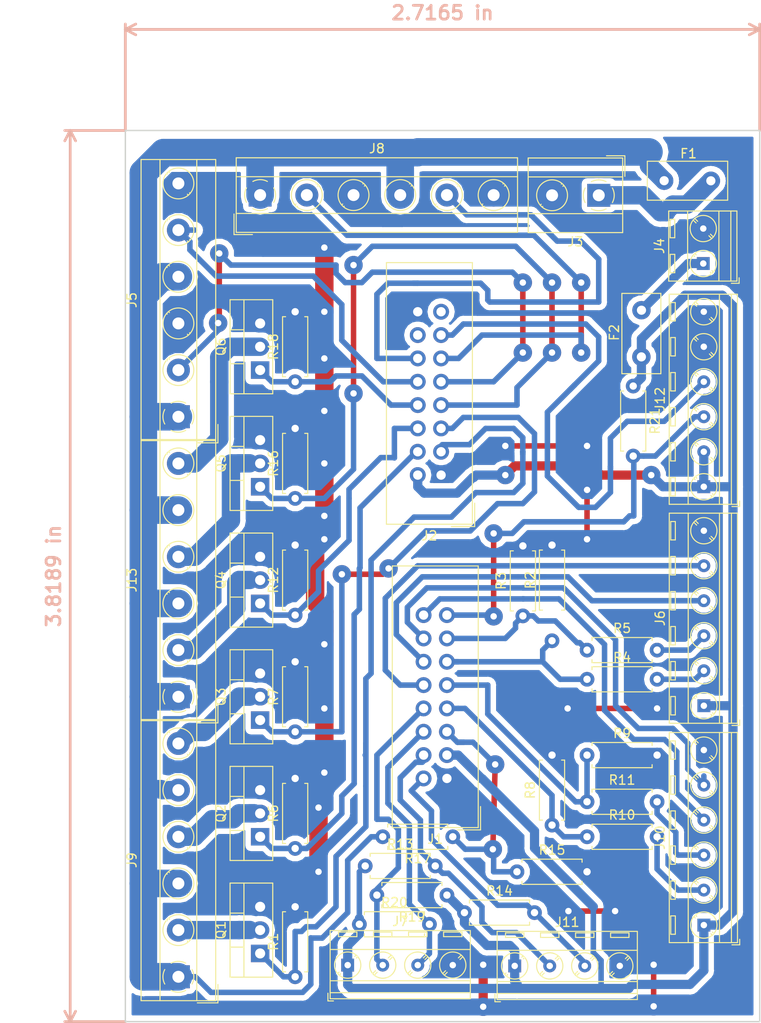
<source format=kicad_pcb>
(kicad_pcb (version 20171130) (host pcbnew "(5.0.1)-4")
  (layers (0 F.Cu signal) (31 B.Cu signal) (34 B.Paste user) (35 F.Paste user) (36 B.SilkS user) (37 F.SilkS user) (38 B.Mask user) (39 F.Mask user) (44 Edge.Cuts user))
  (net 0 "")
  (net 1 +24V)
  (net 2 "Net-(F1-Pad2)")
  (net 3 "Net-(F2-Pad2)")
  (net 4 +5V)
  (net 5 GND)
  (net 6 O2.8)
  (net 7 "Net-(J2-Pad14)")
  (net 8 +3V3)
  (net 9 "Net-(J6-Pad2)")
  (net 10 "Net-(J6-Pad3)")
  (net 11 "Net-(J9-Pad6)")
  (net 12 "Net-(J9-Pad4)")
  (net 13 "Net-(J9-Pad2)")
  (net 14 "Net-(J10-Pad3)")
  (net 15 "Net-(J10-Pad2)")
  (net 16 "Net-(J13-Pad6)")
  (net 17 "Net-(J13-Pad4)")
  (net 18 "Net-(J13-Pad2)")
  (net 19 RX1)
  (net 20 TX1)
  (net 21 A1.0)
  (net 22 SCL1)
  (net 23 A1.1)
  (net 24 SDA1)
  (net 25 A1.2)
  (net 26 I1.0)
  (net 27 A1.3)
  (net 28 I1.1)
  (net 29 A1.4)
  (net 30 I1.2)
  (net 31 I1.4)
  (net 32 I1.3)
  (net 33 O1.0)
  (net 34 O1.1)
  (net 35 O1.2)
  (net 36 O1.3)
  (net 37 O1.4)
  (net 38 O1.5)
  (net 39 O1.6)
  (net 40 O1.7)
  (net 41 O1.8)
  (net 42 O1.9)
  (net 43 O1.10)
  (net 44 01.8)
  (module Connector_IDC:IDC-Header_2x08_P2.54mm_Vertical (layer F.Cu) (at 141.345 77.51 180)
    (fp_text reference J2 (at 1.27 -6.604 180) (layer F.SilkS))
    (fp_text value "Output IDC")
    (pad 1 thru_hole rect (at 0 0 180) (size 1.7272 1.7272) (drill 1.016) (layers *.Cu *.Mask) (net 5 GND))
    (pad 2 thru_hole oval (at 2.54 0 180) (size 1.7272 1.7272) (drill 1.016) (layers *.Cu *.Mask) (net 4 +5V))
    (pad 3 thru_hole oval (at 0 2.54 180) (size 1.7272 1.7272) (drill 1.016) (layers *.Cu *.Mask) (net 33 O1.0))
    (pad 4 thru_hole oval (at 2.54 2.54 180) (size 1.7272 1.7272) (drill 1.016) (layers *.Cu *.Mask) (net 34 O1.1))
    (pad 5 thru_hole oval (at 0 5.08 180) (size 1.7272 1.7272) (drill 1.016) (layers *.Cu *.Mask) (net 35 O1.2))
    (pad 6 thru_hole oval (at 2.54 5.08 180) (size 1.7272 1.7272) (drill 1.016) (layers *.Cu *.Mask) (net 36 O1.3))
    (pad 7 thru_hole oval (at 0 7.62 180) (size 1.7272 1.7272) (drill 1.016) (layers *.Cu *.Mask) (net 37 O1.4))
    (pad 8 thru_hole oval (at 2.54 7.62 180) (size 1.7272 1.7272) (drill 1.016) (layers *.Cu *.Mask) (net 38 O1.5))
    (pad 9 thru_hole oval (at 0 10.16 180) (size 1.7272 1.7272) (drill 1.016) (layers *.Cu *.Mask) (net 39 O1.6))
    (pad 10 thru_hole oval (at 2.54 10.16 180) (size 1.7272 1.7272) (drill 1.016) (layers *.Cu *.Mask) (net 40 O1.7))
    (pad 11 thru_hole oval (at 0 12.7 180) (size 1.7272 1.7272) (drill 1.016) (layers *.Cu *.Mask) (net 41 O1.8))
    (pad 12 thru_hole oval (at 2.54 12.7 180) (size 1.7272 1.7272) (drill 1.016) (layers *.Cu *.Mask) (net 42 O1.9))
    (pad 13 thru_hole oval (at 0 15.24 180) (size 1.7272 1.7272) (drill 1.016) (layers *.Cu *.Mask) (net 43 O1.10))
    (pad 14 thru_hole oval (at 2.54 15.24 180) (size 1.7272 1.7272) (drill 1.016) (layers *.Cu *.Mask) (net 7 "Net-(J2-Pad14)"))
    (pad 15 thru_hole oval (at 0 17.78 180) (size 1.7272 1.7272) (drill 1.016) (layers *.Cu *.Mask) (net 8 +3V3))
    (pad 16 thru_hole oval (at 2.54 17.78 180) (size 1.7272 1.7272) (drill 1.016) (layers *.Cu *.Mask) (net 5 GND))
  )
  (module TerminalBlock_MetzConnect:TerminalBlock_MetzConnect_Type101_RT01606HBWC_1x06_P5.08mm_Horizontal (layer F.Cu) (at 121.66 47.03)
    (fp_text reference J8 (at 12.7 -5.06) (layer F.SilkS))
    (fp_text value Output4)
    (pad 1 thru_hole rect (at 0 0) (size 2.5 2.5) (drill 1.3) (layers *.Cu *.Mask) (net 1 +24V))
    (pad 2 thru_hole circle (at 5.08 0) (size 2.5 2.5) (drill 1.3) (layers *.Cu *.Mask) (net 44 01.8))
    (pad 3 thru_hole circle (at 10.16 0) (size 2.5 2.5) (drill 1.3) (layers *.Cu *.Mask) (net 5 GND))
    (pad 4 thru_hole circle (at 15.24 0) (size 2.5 2.5) (drill 1.3) (layers *.Cu *.Mask) (net 1 +24V))
    (pad 5 thru_hole circle (at 20.32 0) (size 2.5 2.5) (drill 1.3) (layers *.Cu *.Mask) (net 42 O1.9))
    (pad 6 thru_hole circle (at 25.4 0) (size 2.5 2.5) (drill 1.3) (layers *.Cu *.Mask) (net 5 GND))
  )
  (module Connector_IDC:IDC-Header_2x08_P2.54mm_Vertical (layer F.Cu) (at 141.98 110.53 180)
    (fp_text reference J1 (at 1.27 -6.604 180) (layer F.SilkS))
    (fp_text value "Input IDC")
    (pad 1 thru_hole rect (at 0 0 180) (size 1.7272 1.7272) (drill 1.016) (layers *.Cu *.Mask) (net 5 GND))
    (pad 2 thru_hole oval (at 2.54 0 180) (size 1.7272 1.7272) (drill 1.016) (layers *.Cu *.Mask) (net 19 RX1))
    (pad 3 thru_hole oval (at 0 2.54 180) (size 1.7272 1.7272) (drill 1.016) (layers *.Cu *.Mask) (net 4 +5V))
    (pad 4 thru_hole oval (at 2.54 2.54 180) (size 1.7272 1.7272) (drill 1.016) (layers *.Cu *.Mask) (net 20 TX1))
    (pad 5 thru_hole oval (at 0 5.08 180) (size 1.7272 1.7272) (drill 1.016) (layers *.Cu *.Mask) (net 21 A1.0))
    (pad 6 thru_hole oval (at 2.54 5.08 180) (size 1.7272 1.7272) (drill 1.016) (layers *.Cu *.Mask) (net 22 SCL1))
    (pad 7 thru_hole oval (at 0 7.62 180) (size 1.7272 1.7272) (drill 1.016) (layers *.Cu *.Mask) (net 23 A1.1))
    (pad 8 thru_hole oval (at 2.54 7.62 180) (size 1.7272 1.7272) (drill 1.016) (layers *.Cu *.Mask) (net 24 SDA1))
    (pad 9 thru_hole oval (at 0 10.16 180) (size 1.7272 1.7272) (drill 1.016) (layers *.Cu *.Mask) (net 25 A1.2))
    (pad 10 thru_hole oval (at 2.54 10.16 180) (size 1.7272 1.7272) (drill 1.016) (layers *.Cu *.Mask) (net 26 I1.0))
    (pad 11 thru_hole oval (at 0 12.7 180) (size 1.7272 1.7272) (drill 1.016) (layers *.Cu *.Mask) (net 27 A1.3))
    (pad 12 thru_hole oval (at 2.54 12.7 180) (size 1.7272 1.7272) (drill 1.016) (layers *.Cu *.Mask) (net 28 I1.1))
    (pad 13 thru_hole oval (at 0 15.24 180) (size 1.7272 1.7272) (drill 1.016) (layers *.Cu *.Mask) (net 29 A1.4))
    (pad 14 thru_hole oval (at 2.54 15.24 180) (size 1.7272 1.7272) (drill 1.016) (layers *.Cu *.Mask) (net 30 I1.2))
    (pad 15 thru_hole oval (at 0 17.78 180) (size 1.7272 1.7272) (drill 1.016) (layers *.Cu *.Mask) (net 31 I1.4))
    (pad 16 thru_hole oval (at 2.54 17.78 180) (size 1.7272 1.7272) (drill 1.016) (layers *.Cu *.Mask) (net 32 I1.3))
  )
  (module Resistor_THT:R_Axial_DIN0207_L6.3mm_D2.5mm_P7.62mm_Horizontal (layer F.Cu) (at 153.41 92.75 90)
    (fp_text reference R2 (at 3.81 -2.37 90) (layer F.SilkS))
    (fp_text value 10k)
    (pad 1 thru_hole circle (at -2.794 0 90) (size 1.6 1.6) (drill 0.8) (layers *.Cu *.Mask) (net 27 A1.3))
    (pad 2 thru_hole oval (at 7.62 0 90) (size 1.6 1.6) (drill 0.8) (layers *.Cu *.Mask) (net 5 GND))
  )
  (module Resistor_THT:R_Axial_DIN0207_L6.3mm_D2.5mm_P7.62mm_Horizontal (layer F.Cu) (at 157.22 99.735)
    (fp_text reference R4 (at 3.81 -2.37) (layer F.SilkS))
    (fp_text value 0)
    (pad 1 thru_hole circle (at 0 0) (size 1.6 1.6) (drill 0.8) (layers *.Cu *.Mask) (net 27 A1.3))
    (pad 2 thru_hole oval (at 7.62 0) (size 1.6 1.6) (drill 0.8) (layers *.Cu *.Mask) (net 9 "Net-(J6-Pad2)"))
  )
  (module Resistor_THT:R_Axial_DIN0207_L6.3mm_D2.5mm_P7.62mm_Horizontal (layer F.Cu) (at 143.885 125.135)
    (fp_text reference R14 (at 3.81 -2.37) (layer F.SilkS))
    (fp_text value nc)
    (pad 1 thru_hole circle (at 0 0) (size 1.6 1.6) (drill 0.8) (layers *.Cu *.Mask) (net 4 +5V))
    (pad 2 thru_hole oval (at 7.62 0) (size 1.6 1.6) (drill 0.8) (layers *.Cu *.Mask) (net 19 RX1))
  )
  (module Fuse:Fuse_Littelfuse_395Series (layer F.Cu) (at 165.608 45.466)
    (fp_text reference F1 (at 2.65 -2.95) (layer F.SilkS))
    (fp_text value Fuse)
    (pad 1 thru_hole circle (at 0 0) (size 2 2) (drill 1) (layers *.Cu *.Mask) (net 1 +24V))
    (pad 2 thru_hole circle (at 5.08 0.01) (size 2 2) (drill 1) (layers *.Cu *.Mask) (net 2 "Net-(F1-Pad2)"))
  )
  (module TerminalBlock_MetzConnect:TerminalBlock_MetzConnect_Type101_RT01606HBWC_1x06_P5.08mm_Horizontal (layer F.Cu) (at 112.77 71.16 90)
    (fp_text reference J5 (at 12.7 -5.06 90) (layer F.SilkS))
    (fp_text value Output3)
    (pad 1 thru_hole rect (at 0 0 90) (size 2.5 2.5) (drill 1.3) (layers *.Cu *.Mask) (net 1 +24V))
    (pad 2 thru_hole circle (at 5.08 0 90) (size 2.5 2.5) (drill 1.3) (layers *.Cu *.Mask) (net 39 O1.6))
    (pad 3 thru_hole circle (at 10.16 0 90) (size 2.5 2.5) (drill 1.3) (layers *.Cu *.Mask) (net 5 GND))
    (pad 4 thru_hole circle (at 15.24 0 90) (size 2.5 2.5) (drill 1.3) (layers *.Cu *.Mask) (net 1 +24V))
    (pad 5 thru_hole circle (at 20.32 0 90) (size 2.5 2.5) (drill 1.3) (layers *.Cu *.Mask) (net 40 O1.7))
    (pad 6 thru_hole circle (at 25.4 0 90) (size 2.5 2.5) (drill 1.3) (layers *.Cu *.Mask) (net 5 GND))
  )
  (module TerminalBlock_MetzConnect:TerminalBlock_MetzConnect_Type101_RT01606HBWC_1x06_P5.08mm_Horizontal (layer F.Cu) (at 112.77 132.12 90)
    (fp_text reference J9 (at 12.7 -5.06 90) (layer F.SilkS))
    (fp_text value Output1)
    (pad 6 thru_hole circle (at 25.4 0 90) (size 2.5 2.5) (drill 1.3) (layers *.Cu *.Mask) (net 11 "Net-(J9-Pad6)"))
    (pad 5 thru_hole circle (at 20.32 0 90) (size 2.5 2.5) (drill 1.3) (layers *.Cu *.Mask) (net 1 +24V))
    (pad 4 thru_hole circle (at 15.24 0 90) (size 2.5 2.5) (drill 1.3) (layers *.Cu *.Mask) (net 12 "Net-(J9-Pad4)"))
    (pad 3 thru_hole circle (at 10.16 0 90) (size 2.5 2.5) (drill 1.3) (layers *.Cu *.Mask) (net 1 +24V))
    (pad 2 thru_hole circle (at 5.08 0 90) (size 2.5 2.5) (drill 1.3) (layers *.Cu *.Mask) (net 13 "Net-(J9-Pad2)"))
    (pad 1 thru_hole rect (at 0 0 90) (size 2.5 2.5) (drill 1.3) (layers *.Cu *.Mask) (net 1 +24V))
  )
  (module TerminalBlock_MetzConnect:TerminalBlock_MetzConnect_Type101_RT01606HBWC_1x06_P5.08mm_Horizontal (layer F.Cu) (at 112.77 101.64 90)
    (fp_text reference J13 (at 12.7 -5.06 90) (layer F.SilkS))
    (fp_text value Output2)
    (pad 6 thru_hole circle (at 25.4 0 90) (size 2.5 2.5) (drill 1.3) (layers *.Cu *.Mask) (net 16 "Net-(J13-Pad6)"))
    (pad 5 thru_hole circle (at 20.32 0 90) (size 2.5 2.5) (drill 1.3) (layers *.Cu *.Mask) (net 1 +24V))
    (pad 4 thru_hole circle (at 15.24 0 90) (size 2.5 2.5) (drill 1.3) (layers *.Cu *.Mask) (net 17 "Net-(J13-Pad4)"))
    (pad 3 thru_hole circle (at 10.16 0 90) (size 2.5 2.5) (drill 1.3) (layers *.Cu *.Mask) (net 1 +24V))
    (pad 2 thru_hole circle (at 5.08 0 90) (size 2.5 2.5) (drill 1.3) (layers *.Cu *.Mask) (net 18 "Net-(J13-Pad2)"))
    (pad 1 thru_hole rect (at 0 0 90) (size 2.5 2.5) (drill 1.3) (layers *.Cu *.Mask) (net 1 +24V))
  )
  (module Package_TO_SOT_THT:TO-220-3_Vertical (layer F.Cu) (at 121.66 129.58 90)
    (fp_text reference Q1 (at 2.54 -4.27 90) (layer F.SilkS))
    (fp_text value IRLZ34N)
    (pad 3 thru_hole oval (at 5.08 0 90) (size 1.905 2) (drill 1.1) (layers *.Cu *.Mask) (net 5 GND))
    (pad 2 thru_hole oval (at 2.54 0 90) (size 1.905 2) (drill 1.1) (layers *.Cu *.Mask) (net 13 "Net-(J9-Pad2)"))
    (pad 1 thru_hole rect (at 0 0 90) (size 1.905 2) (drill 1.1) (layers *.Cu *.Mask) (net 33 O1.0))
  )
  (module Package_TO_SOT_THT:TO-220-3_Vertical (layer F.Cu) (at 121.66 116.88 90)
    (fp_text reference Q2 (at 2.54 -4.27 90) (layer F.SilkS))
    (fp_text value IRLZ34N)
    (pad 1 thru_hole rect (at 0 0 90) (size 1.905 2) (drill 1.1) (layers *.Cu *.Mask) (net 34 O1.1))
    (pad 2 thru_hole oval (at 2.54 0 90) (size 1.905 2) (drill 1.1) (layers *.Cu *.Mask) (net 12 "Net-(J9-Pad4)"))
    (pad 3 thru_hole oval (at 5.08 0 90) (size 1.905 2) (drill 1.1) (layers *.Cu *.Mask) (net 5 GND))
  )
  (module Package_TO_SOT_THT:TO-220-3_Vertical (layer F.Cu) (at 121.66 104.18 90)
    (fp_text reference Q3 (at 2.54 -4.27 90) (layer F.SilkS))
    (fp_text value IRLZ34N)
    (pad 1 thru_hole rect (at 0 0 90) (size 1.905 2) (drill 1.1) (layers *.Cu *.Mask) (net 35 O1.2))
    (pad 2 thru_hole oval (at 2.54 0 90) (size 1.905 2) (drill 1.1) (layers *.Cu *.Mask) (net 11 "Net-(J9-Pad6)"))
    (pad 3 thru_hole oval (at 5.08 0 90) (size 1.905 2) (drill 1.1) (layers *.Cu *.Mask) (net 5 GND))
  )
  (module Package_TO_SOT_THT:TO-220-3_Vertical (layer F.Cu) (at 121.66 91.48 90)
    (fp_text reference Q4 (at 2.54 -4.27 90) (layer F.SilkS))
    (fp_text value IRLZ34N)
    (pad 3 thru_hole oval (at 5.08 0 90) (size 1.905 2) (drill 1.1) (layers *.Cu *.Mask) (net 5 GND))
    (pad 2 thru_hole oval (at 2.54 0 90) (size 1.905 2) (drill 1.1) (layers *.Cu *.Mask) (net 18 "Net-(J13-Pad2)"))
    (pad 1 thru_hole rect (at 0 0 90) (size 1.905 2) (drill 1.1) (layers *.Cu *.Mask) (net 36 O1.3))
  )
  (module Package_TO_SOT_THT:TO-220-3_Vertical (layer F.Cu) (at 121.66 78.78 90)
    (fp_text reference Q5 (at 2.54 -4.27 90) (layer F.SilkS))
    (fp_text value IRLZ34N)
    (pad 1 thru_hole rect (at 0 0 90) (size 1.905 2) (drill 1.1) (layers *.Cu *.Mask) (net 37 O1.4))
    (pad 2 thru_hole oval (at 2.54 0 90) (size 1.905 2) (drill 1.1) (layers *.Cu *.Mask) (net 17 "Net-(J13-Pad4)"))
    (pad 3 thru_hole oval (at 5.08 0 90) (size 1.905 2) (drill 1.1) (layers *.Cu *.Mask) (net 5 GND))
  )
  (module Package_TO_SOT_THT:TO-220-3_Vertical (layer F.Cu) (at 121.66 66.08 90)
    (fp_text reference Q6 (at 2.54 -4.27 90) (layer F.SilkS))
    (fp_text value IRLZ34N)
    (pad 3 thru_hole oval (at 5.08 0 90) (size 1.905 2) (drill 1.1) (layers *.Cu *.Mask) (net 5 GND))
    (pad 2 thru_hole oval (at 2.54 0 90) (size 1.905 2) (drill 1.1) (layers *.Cu *.Mask) (net 16 "Net-(J13-Pad6)"))
    (pad 1 thru_hole rect (at 0 0 90) (size 1.905 2) (drill 1.1) (layers *.Cu *.Mask) (net 38 O1.5))
  )
  (module Resistor_THT:R_Axial_DIN0207_L6.3mm_D2.5mm_P7.62mm_Horizontal (layer F.Cu) (at 125.47 132.12 90)
    (fp_text reference R1 (at 3.81 -2.37 90) (layer F.SilkS))
    (fp_text value 1k)
    (pad 1 thru_hole circle (at 0 0 90) (size 1.6 1.6) (drill 0.8) (layers *.Cu *.Mask) (net 33 O1.0))
    (pad 2 thru_hole oval (at 7.62 0 90) (size 1.6 1.6) (drill 0.8) (layers *.Cu *.Mask) (net 5 GND))
  )
  (module Resistor_THT:R_Axial_DIN0207_L6.3mm_D2.5mm_P7.62mm_Horizontal (layer F.Cu) (at 150.241 92.837 90)
    (fp_text reference R3 (at 3.81 -2.37 90) (layer F.SilkS))
    (fp_text value 10k)
    (pad 1 thru_hole circle (at 0 0 90) (size 1.6 1.6) (drill 0.8) (layers *.Cu *.Mask) (net 29 A1.4))
    (pad 2 thru_hole oval (at 7.62 0 90) (size 1.6 1.6) (drill 0.8) (layers *.Cu *.Mask) (net 5 GND))
  )
  (module Resistor_THT:R_Axial_DIN0207_L6.3mm_D2.5mm_P7.62mm_Horizontal (layer F.Cu) (at 157.22 96.56)
    (fp_text reference R5 (at 3.81 -2.37) (layer F.SilkS))
    (fp_text value 0)
    (pad 2 thru_hole oval (at 7.62 0) (size 1.6 1.6) (drill 0.8) (layers *.Cu *.Mask) (net 10 "Net-(J6-Pad3)"))
    (pad 1 thru_hole circle (at 0 0) (size 1.6 1.6) (drill 0.8) (layers *.Cu *.Mask) (net 29 A1.4))
  )
  (module Resistor_THT:R_Axial_DIN0207_L6.3mm_D2.5mm_P7.62mm_Horizontal (layer F.Cu) (at 125.47 118.15 90)
    (fp_text reference R6 (at 3.81 -2.37 90) (layer F.SilkS))
    (fp_text value 1k)
    (pad 1 thru_hole circle (at 0 0 90) (size 1.6 1.6) (drill 0.8) (layers *.Cu *.Mask) (net 34 O1.1))
    (pad 2 thru_hole oval (at 7.62 0 90) (size 1.6 1.6) (drill 0.8) (layers *.Cu *.Mask) (net 5 GND))
  )
  (module Resistor_THT:R_Axial_DIN0207_L6.3mm_D2.5mm_P7.62mm_Horizontal (layer F.Cu) (at 125.47 105.45 90)
    (fp_text reference R7 (at 3.81 -2.37 90) (layer F.SilkS))
    (fp_text value 1k)
    (pad 2 thru_hole oval (at 7.62 0 90) (size 1.6 1.6) (drill 0.8) (layers *.Cu *.Mask) (net 5 GND))
    (pad 1 thru_hole circle (at 0 0 90) (size 1.6 1.6) (drill 0.8) (layers *.Cu *.Mask) (net 35 O1.2))
  )
  (module Resistor_THT:R_Axial_DIN0207_L6.3mm_D2.5mm_P7.62mm_Horizontal (layer F.Cu) (at 153.41 115.61 90)
    (fp_text reference R8 (at 3.81 -2.37 90) (layer F.SilkS))
    (fp_text value 10k)
    (pad 2 thru_hole oval (at 7.62 0 90) (size 1.6 1.6) (drill 0.8) (layers *.Cu *.Mask) (net 5 GND))
    (pad 1 thru_hole circle (at 0 0 90) (size 1.6 1.6) (drill 0.8) (layers *.Cu *.Mask) (net 23 A1.1))
  )
  (module Resistor_THT:R_Axial_DIN0207_L6.3mm_D2.5mm_P7.62mm_Horizontal (layer F.Cu) (at 157.22 107.99)
    (fp_text reference R9 (at 3.81 -2.37) (layer F.SilkS))
    (fp_text value 10k)
    (pad 1 thru_hole circle (at 0 0) (size 1.6 1.6) (drill 0.8) (layers *.Cu *.Mask) (net 25 A1.2))
    (pad 2 thru_hole oval (at 7.62 0) (size 1.6 1.6) (drill 0.8) (layers *.Cu *.Mask) (net 5 GND))
  )
  (module Resistor_THT:R_Axial_DIN0207_L6.3mm_D2.5mm_P7.62mm_Horizontal (layer F.Cu) (at 157.22 116.88)
    (fp_text reference R10 (at 3.81 -2.37) (layer F.SilkS))
    (fp_text value 0)
    (pad 2 thru_hole oval (at 7.62 0) (size 1.6 1.6) (drill 0.8) (layers *.Cu *.Mask) (net 15 "Net-(J10-Pad2)"))
    (pad 1 thru_hole circle (at 0 0) (size 1.6 1.6) (drill 0.8) (layers *.Cu *.Mask) (net 23 A1.1))
  )
  (module Resistor_THT:R_Axial_DIN0207_L6.3mm_D2.5mm_P7.62mm_Horizontal (layer F.Cu) (at 157.22 113.07)
    (fp_text reference R11 (at 3.81 -2.37) (layer F.SilkS))
    (fp_text value 0)
    (pad 2 thru_hole oval (at 7.62 0) (size 1.6 1.6) (drill 0.8) (layers *.Cu *.Mask) (net 14 "Net-(J10-Pad3)"))
    (pad 1 thru_hole circle (at 0 0) (size 1.6 1.6) (drill 0.8) (layers *.Cu *.Mask) (net 25 A1.2))
  )
  (module Resistor_THT:R_Axial_DIN0207_L6.3mm_D2.5mm_P7.62mm_Horizontal (layer F.Cu) (at 125.47 92.75 90)
    (fp_text reference R12 (at 3.81 -2.37 90) (layer F.SilkS))
    (fp_text value 1k)
    (pad 2 thru_hole oval (at 7.62 0 90) (size 1.6 1.6) (drill 0.8) (layers *.Cu *.Mask) (net 5 GND))
    (pad 1 thru_hole circle (at 0 0 90) (size 1.6 1.6) (drill 0.8) (layers *.Cu *.Mask) (net 36 O1.3))
  )
  (module Resistor_THT:R_Axial_DIN0207_L6.3mm_D2.5mm_P7.62mm_Horizontal (layer F.Cu) (at 133.09 120.055)
    (fp_text reference R13 (at 3.81 -2.37) (layer F.SilkS))
    (fp_text value nc)
    (pad 2 thru_hole oval (at 7.62 0) (size 1.6 1.6) (drill 0.8) (layers *.Cu *.Mask) (net 20 TX1))
    (pad 1 thru_hole circle (at 0 0) (size 1.6 1.6) (drill 0.8) (layers *.Cu *.Mask) (net 4 +5V))
  )
  (module Resistor_THT:R_Axial_DIN0207_L6.3mm_D2.5mm_P7.62mm_Horizontal (layer F.Cu) (at 149.6 120.69)
    (fp_text reference R15 (at 3.81 -2.37) (layer F.SilkS))
    (fp_text value 2k)
    (pad 1 thru_hole circle (at 0 0) (size 1.6 1.6) (drill 0.8) (layers *.Cu *.Mask) (net 21 A1.0))
    (pad 2 thru_hole oval (at 7.62 0) (size 1.6 1.6) (drill 0.8) (layers *.Cu *.Mask) (net 5 GND))
  )
  (module Resistor_THT:R_Axial_DIN0207_L6.3mm_D2.5mm_P7.62mm_Horizontal (layer F.Cu) (at 125.47 80.05 90)
    (fp_text reference R16 (at 3.81 -2.37 90) (layer F.SilkS))
    (fp_text value 1k)
    (pad 1 thru_hole circle (at 0 0 90) (size 1.6 1.6) (drill 0.8) (layers *.Cu *.Mask) (net 37 O1.4))
    (pad 2 thru_hole oval (at 7.62 0 90) (size 1.6 1.6) (drill 0.8) (layers *.Cu *.Mask) (net 5 GND))
  )
  (module Resistor_THT:R_Axial_DIN0207_L6.3mm_D2.5mm_P7.62mm_Horizontal (layer F.Cu) (at 142.615 116.88 180)
    (fp_text reference R17 (at 3.81 -2.37 180) (layer F.SilkS))
    (fp_text value 10k)
    (pad 1 thru_hole circle (at 0 0 180) (size 1.6 1.6) (drill 0.8) (layers *.Cu *.Mask) (net 21 A1.0))
    (pad 2 thru_hole oval (at 7.62 0 180) (size 1.6 1.6) (drill 0.8) (layers *.Cu *.Mask) (net 1 +24V))
  )
  (module Resistor_THT:R_Axial_DIN0207_L6.3mm_D2.5mm_P7.62mm_Horizontal (layer F.Cu) (at 125.47 67.35 90)
    (fp_text reference R18 (at 3.81 -2.37 90) (layer F.SilkS))
    (fp_text value 1k)
    (pad 1 thru_hole circle (at 0 0 90) (size 1.6 1.6) (drill 0.8) (layers *.Cu *.Mask) (net 38 O1.5))
    (pad 2 thru_hole oval (at 7.62 0 90) (size 1.6 1.6) (drill 0.8) (layers *.Cu *.Mask) (net 5 GND))
  )
  (module Resistor_THT:R_Axial_DIN0207_L6.3mm_D2.5mm_P7.62mm_Horizontal (layer F.Cu) (at 141.98 123.23 180)
    (fp_text reference R19 (at 3.81 -2.37 180) (layer F.SilkS))
    (fp_text value 5k)
    (pad 1 thru_hole circle (at 0 0 180) (size 1.6 1.6) (drill 0.8) (layers *.Cu *.Mask) (net 4 +5V))
    (pad 2 thru_hole oval (at 7.62 0 180) (size 1.6 1.6) (drill 0.8) (layers *.Cu *.Mask) (net 24 SDA1))
  )
  (module Resistor_THT:R_Axial_DIN0207_L6.3mm_D2.5mm_P7.62mm_Horizontal (layer F.Cu) (at 132.455 126.405)
    (fp_text reference R20 (at 3.81 -2.37) (layer F.SilkS))
    (fp_text value 5k)
    (pad 2 thru_hole oval (at 7.62 0) (size 1.6 1.6) (drill 0.8) (layers *.Cu *.Mask) (net 22 SCL1))
    (pad 1 thru_hole circle (at 0 0) (size 1.6 1.6) (drill 0.8) (layers *.Cu *.Mask) (net 4 +5V))
  )
  (module Fuse:Fuse_Littelfuse_395Series (layer F.Cu) (at 163.1315 64.643 90)
    (fp_text reference F2 (at 2.65 -2.95 90) (layer F.SilkS))
    (fp_text value Fuse)
    (pad 1 thru_hole circle (at 0 0 90) (size 2 2) (drill 1) (layers *.Cu *.Mask) (net 4 +5V))
    (pad 2 thru_hole circle (at 5.08 0.01 90) (size 2 2) (drill 1) (layers *.Cu *.Mask) (net 3 "Net-(F2-Pad2)"))
  )
  (module TerminalBlock_MetzConnect:TerminalBlock_MetzConnect_Type101_RT01602HBWC_1x02_P5.08mm_Horizontal (layer F.Cu) (at 158.496 47.0535 180)
    (fp_text reference J3 (at 2.54 -5.06 180) (layer F.SilkS))
    (fp_text value "24 V")
    (pad 1 thru_hole rect (at 0 0 180) (size 2.5 2.5) (drill 1.3) (layers *.Cu *.Mask) (net 2 "Net-(F1-Pad2)"))
    (pad 2 thru_hole circle (at 5.08 0 180) (size 2.5 2.5) (drill 1.3) (layers *.Cu *.Mask) (net 5 GND))
  )
  (module TerminalBlock_MetzConnect:TerminalBlock_MetzConnect_Type086_RT03406HBLC_1x06_P3.81mm_Horizontal (layer F.Cu) (at 169.926 102.616 90)
    (fp_text reference J6 (at 9.525 -4.76 90) (layer F.SilkS))
    (fp_text value Input1)
    (pad 1 thru_hole rect (at 0 0 90) (size 1.4 1.4) (drill 0.7) (layers *.Cu *.Mask) (net 4 +5V))
    (pad 2 thru_hole circle (at 3.81 0 90) (size 1.4 1.4) (drill 0.7) (layers *.Cu *.Mask) (net 9 "Net-(J6-Pad2)"))
    (pad 3 thru_hole circle (at 7.62 0 90) (size 1.4 1.4) (drill 0.7) (layers *.Cu *.Mask) (net 10 "Net-(J6-Pad3)"))
    (pad 4 thru_hole circle (at 11.43 0 90) (size 1.4 1.4) (drill 0.7) (layers *.Cu *.Mask) (net 28 I1.1))
    (pad 5 thru_hole circle (at 15.24 0 90) (size 1.4 1.4) (drill 0.7) (layers *.Cu *.Mask) (net 26 I1.0))
    (pad 6 thru_hole circle (at 19.05 0 90) (size 1.4 1.4) (drill 0.7) (layers *.Cu *.Mask) (net 5 GND))
  )
  (module TerminalBlock_MetzConnect:TerminalBlock_MetzConnect_Type086_RT03404HBLC_1x04_P3.81mm_Horizontal (layer F.Cu) (at 131.185 130.85)
    (fp_text reference J7 (at 5.715 -4.76) (layer F.SilkS))
    (fp_text value "I²C port")
    (pad 1 thru_hole rect (at 0 0) (size 1.4 1.4) (drill 0.7) (layers *.Cu *.Mask) (net 4 +5V))
    (pad 2 thru_hole circle (at 3.81 0) (size 1.4 1.4) (drill 0.7) (layers *.Cu *.Mask) (net 24 SDA1))
    (pad 3 thru_hole circle (at 7.62 0) (size 1.4 1.4) (drill 0.7) (layers *.Cu *.Mask) (net 22 SCL1))
    (pad 4 thru_hole circle (at 11.43 0) (size 1.4 1.4) (drill 0.7) (layers *.Cu *.Mask) (net 5 GND))
  )
  (module TerminalBlock_MetzConnect:TerminalBlock_MetzConnect_Type086_RT03406HBLC_1x06_P3.81mm_Horizontal (layer F.Cu) (at 169.926 126.492 90)
    (fp_text reference J10 (at 9.525 -4.76 90) (layer F.SilkS))
    (fp_text value Input2)
    (pad 6 thru_hole circle (at 19.05 0 90) (size 1.4 1.4) (drill 0.7) (layers *.Cu *.Mask) (net 5 GND))
    (pad 5 thru_hole circle (at 15.24 0 90) (size 1.4 1.4) (drill 0.7) (layers *.Cu *.Mask) (net 30 I1.2))
    (pad 4 thru_hole circle (at 11.43 0 90) (size 1.4 1.4) (drill 0.7) (layers *.Cu *.Mask) (net 32 I1.3))
    (pad 3 thru_hole circle (at 7.62 0 90) (size 1.4 1.4) (drill 0.7) (layers *.Cu *.Mask) (net 14 "Net-(J10-Pad3)"))
    (pad 2 thru_hole circle (at 3.81 0 90) (size 1.4 1.4) (drill 0.7) (layers *.Cu *.Mask) (net 15 "Net-(J10-Pad2)"))
    (pad 1 thru_hole rect (at 0 0 90) (size 1.4 1.4) (drill 0.7) (layers *.Cu *.Mask) (net 4 +5V))
  )
  (module TerminalBlock_MetzConnect:TerminalBlock_MetzConnect_Type086_RT03406HBLC_1x06_P3.81mm_Horizontal (layer F.Cu) (at 169.92 78.78 90)
    (fp_text reference J12 (at 9.525 -4.76 90) (layer F.SilkS))
    (fp_text value Input3)
    (pad 1 thru_hole rect (at 0 0 90) (size 1.4 1.4) (drill 0.7) (layers *.Cu *.Mask) (net 4 +5V))
    (pad 2 thru_hole circle (at 3.81 0 90) (size 1.4 1.4) (drill 0.7) (layers *.Cu *.Mask) (net 4 +5V))
    (pad 3 thru_hole circle (at 7.62 0 90) (size 1.4 1.4) (drill 0.7) (layers *.Cu *.Mask) (net 31 I1.4))
    (pad 4 thru_hole circle (at 11.43 0 90) (size 1.4 1.4) (drill 0.7) (layers *.Cu *.Mask) (net 43 O1.10))
    (pad 5 thru_hole circle (at 15.24 0 90) (size 1.4 1.4) (drill 0.7) (layers *.Cu *.Mask) (net 5 GND))
    (pad 6 thru_hole circle (at 19.05 0 90) (size 1.4 1.4) (drill 0.7) (layers *.Cu *.Mask) (net 5 GND))
  )
  (module Resistor_THT:R_Axial_DIN0207_L6.3mm_D2.5mm_P7.62mm_Horizontal (layer F.Cu) (at 162.2425 67.818 270)
    (fp_text reference R21 (at 3.81 -2.37 270) (layer F.SilkS))
    (fp_text value 5k)
    (pad 1 thru_hole circle (at 0 0 270) (size 1.6 1.6) (drill 0.8) (layers *.Cu *.Mask) (net 4 +5V))
    (pad 2 thru_hole oval (at 7.62 0 270) (size 1.6 1.6) (drill 0.8) (layers *.Cu *.Mask) (net 31 I1.4))
  )
  (module TerminalBlock_MetzConnect:TerminalBlock_MetzConnect_Type086_RT03404HBLC_1x04_P3.81mm_Horizontal (layer F.Cu) (at 149.352 130.937)
    (fp_text reference J11 (at 5.715 -4.76) (layer F.SilkS))
    (fp_text value "Serial port")
    (pad 1 thru_hole rect (at 0 0) (size 1.4 1.4) (drill 0.7) (layers *.Cu *.Mask) (net 4 +5V))
    (pad 2 thru_hole circle (at 3.81 0) (size 1.4 1.4) (drill 0.7) (layers *.Cu *.Mask) (net 20 TX1))
    (pad 3 thru_hole circle (at 7.62 0) (size 1.4 1.4) (drill 0.7) (layers *.Cu *.Mask) (net 19 RX1))
    (pad 4 thru_hole circle (at 11.43 0) (size 1.4 1.4) (drill 0.7) (layers *.Cu *.Mask) (net 5 GND))
  )
  (module TerminalBlock_MetzConnect:TerminalBlock_MetzConnect_Type086_RT03402HBLC_1x02_P3.81mm_Horizontal (layer F.Cu) (at 169.8625 54.483 90)
    (fp_text reference J4 (at 1.905 -4.76 90) (layer F.SilkS))
    (fp_text value "IN 5V")
    (pad 1 thru_hole rect (at 0 0 90) (size 1.4 1.4) (drill 0.7) (layers *.Cu *.Mask) (net 3 "Net-(F2-Pad2)"))
    (pad 2 thru_hole circle (at 3.81 0 90) (size 1.4 1.4) (drill 0.7) (layers *.Cu *.Mask) (net 5 GND))
  )
  (dimension 97 (width 0.3) (layer B.SilkS) (gr_text "97,000 mm" (at 98.9 88.5 270) (layer B.SilkS) (effects (font (size 1.5 1.5) (thickness 0.3)))) (feature1 (pts (xy 107 137) (xy 100.413579 137))) (feature2 (pts (xy 107 40) (xy 100.413579 40))) (crossbar (pts (xy 101 40) (xy 101 137))) (arrow1a (pts (xy 101 137) (xy 100.413579 135.873496))) (arrow1b (pts (xy 101 137) (xy 101.586421 135.873496))) (arrow2a (pts (xy 101 40) (xy 100.413579 41.126504))) (arrow2b (pts (xy 101 40) (xy 101.586421 41.126504))))
  (dimension 69 (width 0.3) (layer B.SilkS) (gr_text "69,000 mm" (at 141.5 26.9) (layer B.SilkS) (effects (font (size 1.5 1.5) (thickness 0.3)))) (feature1 (pts (xy 107 40) (xy 107 28.413579))) (feature2 (pts (xy 176 40) (xy 176 28.413579))) (crossbar (pts (xy 176 29) (xy 107 29))) (arrow1a (pts (xy 107 29) (xy 108.126504 28.413579))) (arrow1b (pts (xy 107 29) (xy 108.126504 29.586421))) (arrow2a (pts (xy 176 29) (xy 174.873496 28.413579))) (arrow2b (pts (xy 176 29) (xy 174.873496 29.586421))))
  (gr_line (start 107 137) (end 107 40) (layer Edge.Cuts) (width 0.15))
  (gr_line (start 176 137) (end 107 137) (layer Edge.Cuts) (width 0.15))
  (gr_line (start 176 40) (end 176 137) (layer Edge.Cuts) (width 0.15))
  (gr_line (start 107 40) (end 176 40) (layer Edge.Cuts) (width 0.15))
  (segment (start 111.002234 55.92) (end 108.96 57.962234) (width 3) (layer B.Cu) (net 1))
  (segment (start 112.77 55.92) (end 111.002234 55.92) (width 3) (layer B.Cu) (net 1))
  (segment (start 108.96 132.12) (end 112.77 132.12) (width 3) (layer B.Cu) (net 1))
  (segment (start 112.77 121.96) (end 108.96 121.96) (width 3) (layer B.Cu) (net 1))
  (segment (start 108.96 121.96) (end 108.96 132.12) (width 3) (layer B.Cu) (net 1))
  (segment (start 112.77 101.64) (end 108.96 101.64) (width 3) (layer B.Cu) (net 1))
  (segment (start 111.002234 91.48) (end 108.96 91.48) (width 3) (layer B.Cu) (net 1))
  (segment (start 112.77 91.48) (end 111.002234 91.48) (width 3) (layer B.Cu) (net 1))
  (segment (start 108.96 91.48) (end 108.96 101.64) (width 3) (layer B.Cu) (net 1))
  (segment (start 111.002234 81.32) (end 108.96 81.32) (width 3) (layer B.Cu) (net 1))
  (segment (start 112.77 81.32) (end 111.002234 81.32) (width 3) (layer B.Cu) (net 1))
  (segment (start 108.96 81.32) (end 108.96 91.48) (width 3) (layer B.Cu) (net 1))
  (segment (start 121.66 43.22) (end 121.66 47.03) (width 3) (layer B.Cu) (net 1))
  (segment (start 121.700061 43.179939) (end 121.66 43.22) (width 3) (layer B.Cu) (net 1))
  (segment (start 136.9 47.03) (end 136.9 43.179939) (width 3) (layer B.Cu) (net 1))
  (segment (start 108.96 44.611998) (end 111.161999 42.409999) (width 3) (layer B.Cu) (net 1))
  (segment (start 108.96 57.962234) (end 108.96 44.611998) (width 3) (layer B.Cu) (net 1))
  (segment (start 111.161999 42.409999) (end 138.760875 42.409999) (width 3) (layer B.Cu) (net 1))
  (segment (start 138.760875 42.409999) (end 138.835883 42.334991) (width 3) (layer B.Cu) (net 1))
  (segment (start 138.835883 42.334991) (end 163.954991 42.334991) (width 3) (layer B.Cu) (net 1))
  (segment (start 112.77 71.16) (end 108.96 71.16) (width 3) (layer B.Cu) (net 1))
  (segment (start 108.96 57.962234) (end 108.96 71.16) (width 3) (layer B.Cu) (net 1))
  (segment (start 108.96 71.16) (end 108.96 81.32) (width 3) (layer B.Cu) (net 1))
  (segment (start 114.62 132.12) (end 112.77 132.12) (width 0.6) (layer B.Cu) (net 1))
  (segment (start 116.320001 133.820001) (end 114.62 132.12) (width 0.6) (layer B.Cu) (net 1))
  (segment (start 126.286001 133.820001) (end 116.320001 133.820001) (width 0.6) (layer B.Cu) (net 1))
  (segment (start 127.170001 132.936001) (end 126.286001 133.820001) (width 0.6) (layer B.Cu) (net 1))
  (segment (start 127.170001 127.903997) (end 127.170001 132.936001) (width 0.6) (layer B.Cu) (net 1))
  (segment (start 127.170001 127.903997) (end 127.170001 127.879999) (width 0.6) (layer B.Cu) (net 1))
  (segment (start 128.416003 127.903997) (end 127.170001 127.903997) (width 0.6) (layer B.Cu) (net 1))
  (segment (start 131.185 125.135) (end 128.416003 127.903997) (width 0.6) (layer B.Cu) (net 1))
  (segment (start 131.185 119.443998) (end 131.185 125.135) (width 0.6) (layer B.Cu) (net 1))
  (segment (start 134.995 116.88) (end 133.748998 116.88) (width 0.6) (layer B.Cu) (net 1))
  (segment (start 133.748998 116.88) (end 131.185 119.443998) (width 0.6) (layer B.Cu) (net 1))
  (segment (start 110.898734 111.6965) (end 108.96 111.6965) (width 2) (layer B.Cu) (net 1))
  (segment (start 111.002234 111.8) (end 110.898734 111.6965) (width 2) (layer B.Cu) (net 1))
  (segment (start 112.77 111.8) (end 111.002234 111.8) (width 2) (layer B.Cu) (net 1))
  (segment (start 108.96 101.64) (end 108.96 111.6965) (width 3) (layer B.Cu) (net 1))
  (segment (start 108.96 111.6965) (end 108.96 121.96) (width 3) (layer B.Cu) (net 1))
  (segment (start 163.954991 42.334991) (end 163.954991 42.405991) (width 2) (layer B.Cu) (net 1))
  (segment (start 163.954991 43.812991) (end 165.608 45.466) (width 2) (layer B.Cu) (net 1))
  (segment (start 163.954991 42.334991) (end 163.954991 43.812991) (width 2) (layer B.Cu) (net 1))
  (segment (start 169.688001 46.475999) (end 170.688 45.476) (width 2) (layer B.Cu) (net 2))
  (segment (start 163.347498 47.0535) (end 165.188998 48.895) (width 2) (layer B.Cu) (net 2))
  (segment (start 165.188998 48.895) (end 165.845004 48.895) (width 2) (layer B.Cu) (net 2))
  (segment (start 165.845004 48.895) (end 165.845004 48.784996) (width 2) (layer B.Cu) (net 2))
  (segment (start 158.496 47.0535) (end 163.347498 47.0535) (width 2) (layer B.Cu) (net 2))
  (segment (start 165.845004 48.784996) (end 166.563991 48.066009) (width 2) (layer B.Cu) (net 2))
  (segment (start 168.097991 48.066009) (end 169.688001 46.475999) (width 2) (layer B.Cu) (net 2))
  (segment (start 166.563991 48.066009) (end 168.097991 48.066009) (width 2) (layer B.Cu) (net 2))
  (segment (start 168.2215 54.483) (end 163.1415 59.563) (width 1) (layer B.Cu) (net 3))
  (segment (start 169.8625 54.483) (end 168.2215 54.483) (width 1) (layer B.Cu) (net 3))
  (segment (start 143.201314 107.99) (end 145.79 110.578686) (width 1) (layer B.Cu) (net 4))
  (segment (start 141.98 107.99) (end 143.201314 107.99) (width 1) (layer B.Cu) (net 4))
  (segment (start 145.79 110.578686) (end 145.838686 110.578686) (width 1) (layer B.Cu) (net 4))
  (via (at 148.33 77.51) (size 2) (drill 0.7) (layers F.Cu B.Cu) (net 4))
  (segment (start 131.185 133) (end 131.185 130.85) (width 1) (layer B.Cu) (net 4))
  (segment (start 131.575 133.39) (end 131.185 133) (width 1) (layer B.Cu) (net 4))
  (segment (start 147.305 133.39) (end 131.575 133.39) (width 1) (layer B.Cu) (net 4))
  (segment (start 169.92 78.78) (end 173.095 78.78) (width 1) (layer B.Cu) (net 4))
  (segment (start 173.095 59.095) (end 173.095 78.78) (width 1) (layer B.Cu) (net 4))
  (segment (start 173.095 78.78) (end 173.095 99.735) (width 1) (layer B.Cu) (net 4))
  (via (at 164.205 77.51) (size 2) (drill 0.7) (layers F.Cu B.Cu) (net 4))
  (segment (start 145.155 77.51) (end 148.33 77.51) (width 1) (layer B.Cu) (net 4))
  (segment (start 138.805 78.78) (end 139.498601 79.473601) (width 1) (layer B.Cu) (net 4))
  (segment (start 139.498601 79.473601) (end 143.088601 79.473601) (width 1) (layer B.Cu) (net 4))
  (segment (start 138.805 77.51) (end 138.805 78.78) (width 1) (layer B.Cu) (net 4))
  (segment (start 143.088601 79.473601) (end 144.783689 77.778513) (width 1) (layer B.Cu) (net 4))
  (segment (start 144.783689 77.778513) (end 144.886487 77.778513) (width 1) (layer B.Cu) (net 4))
  (segment (start 144.886487 77.778513) (end 145.155 77.51) (width 1) (layer B.Cu) (net 4))
  (segment (start 164.205 77.51) (end 165.475 78.78) (width 1) (layer B.Cu) (net 4))
  (segment (start 165.475 78.78) (end 169.92 78.78) (width 1) (layer B.Cu) (net 4))
  (segment (start 169.92 78.78) (end 169.92 75.28) (width 1) (layer B.Cu) (net 4))
  (segment (start 151.509999 118.104085) (end 157.905914 124.5) (width 1) (layer B.Cu) (net 4))
  (segment (start 145.838686 110.578686) (end 151.509999 116.249999) (width 1) (layer B.Cu) (net 4))
  (segment (start 151.509999 116.249999) (end 151.509999 118.104085) (width 1) (layer B.Cu) (net 4))
  (segment (start 132.455 127.43) (end 132.455 125.77) (width 1) (layer B.Cu) (net 4))
  (segment (start 131.185 130.85) (end 131.185 128.7) (width 1) (layer B.Cu) (net 4))
  (segment (start 131.185 128.7) (end 132.455 127.43) (width 1) (layer B.Cu) (net 4))
  (segment (start 143.885 125.135) (end 141.98 123.23) (width 1) (layer B.Cu) (net 4))
  (segment (start 132.455 126.405) (end 132.455 125.844913) (width 1) (layer B.Cu) (net 4))
  (segment (start 132.455 120.69) (end 133.09 120.055) (width 0.6) (layer B.Cu) (net 4))
  (segment (start 132.455 126.405) (end 132.455 120.69) (width 0.6) (layer B.Cu) (net 4))
  (segment (start 171.929999 57.929999) (end 173.095 59.095) (width 1) (layer B.Cu) (net 4))
  (segment (start 167.882503 57.929999) (end 171.929999 57.929999) (width 1) (layer B.Cu) (net 4))
  (segment (start 163.1315 62.681002) (end 167.882503 57.929999) (width 1) (layer B.Cu) (net 4))
  (segment (start 163.1315 64.643) (end 163.1315 62.681002) (width 1) (layer B.Cu) (net 4))
  (segment (start 163.1315 66.929) (end 162.2425 67.818) (width 1) (layer B.Cu) (net 4))
  (segment (start 163.1315 64.643) (end 163.1315 66.929) (width 1) (layer B.Cu) (net 4))
  (segment (start 162.146671 132.950001) (end 168.420999 132.950001) (width 1) (layer B.Cu) (net 4))
  (segment (start 161.772336 133.39) (end 161.772336 133.324336) (width 1) (layer B.Cu) (net 4))
  (segment (start 161.772336 133.324336) (end 162.146671 132.950001) (width 1) (layer B.Cu) (net 4))
  (segment (start 168.420999 132.950001) (end 169.926 131.445) (width 1) (layer B.Cu) (net 4))
  (segment (start 169.926 131.445) (end 169.926 126.492) (width 1) (layer B.Cu) (net 4))
  (segment (start 171.626 126.492) (end 169.926 126.492) (width 1) (layer B.Cu) (net 4))
  (segment (start 173.095 125.023) (end 171.626 126.492) (width 1) (layer B.Cu) (net 4))
  (segment (start 149.606 132.891) (end 149.606 133.39) (width 1) (layer B.Cu) (net 4))
  (segment (start 149.352 132.637) (end 149.606 132.891) (width 1) (layer B.Cu) (net 4))
  (segment (start 149.352 130.937) (end 149.352 132.637) (width 1) (layer B.Cu) (net 4))
  (segment (start 147.305 133.39) (end 149.606 133.39) (width 1) (layer B.Cu) (net 4))
  (segment (start 149.352 129.237) (end 149.352 130.937) (width 1) (layer B.Cu) (net 4))
  (segment (start 148.824999 128.709999) (end 149.352 129.237) (width 1) (layer B.Cu) (net 4))
  (segment (start 146.328629 128.709999) (end 148.824999 128.709999) (width 1) (layer B.Cu) (net 4))
  (segment (start 143.885 126.26637) (end 146.328629 128.709999) (width 1) (layer B.Cu) (net 4))
  (segment (start 143.885 125.135) (end 143.885 126.26637) (width 1) (layer B.Cu) (net 4))
  (segment (start 158.75 130.346998) (end 158.75 133.39) (width 0.6) (layer B.Cu) (net 4))
  (segment (start 157.905914 129.502912) (end 158.75 130.346998) (width 0.6) (layer B.Cu) (net 4))
  (segment (start 157.905914 124.5) (end 157.905914 129.502912) (width 0.6) (layer B.Cu) (net 4))
  (segment (start 149.606 133.39) (end 158.75 133.39) (width 1) (layer B.Cu) (net 4))
  (segment (start 158.75 133.39) (end 161.772336 133.39) (width 1) (layer B.Cu) (net 4))
  (segment (start 169.926 102.616) (end 173.095 102.616) (width 1) (layer B.Cu) (net 4))
  (segment (start 173.095 99.735) (end 173.095 102.616) (width 1) (layer B.Cu) (net 4))
  (segment (start 173.095 102.616) (end 173.095 125.023) (width 1) (layer B.Cu) (net 4))
  (segment (start 149.329999 76.510001) (end 148.33 77.51) (width 1) (layer F.Cu) (net 4))
  (segment (start 157.723003 76.510001) (end 149.329999 76.510001) (width 1) (layer F.Cu) (net 4))
  (segment (start 158.723002 77.51) (end 157.723003 76.510001) (width 1) (layer F.Cu) (net 4))
  (segment (start 164.205 77.51) (end 158.723002 77.51) (width 1) (layer F.Cu) (net 4))
  (segment (start 140.303599 91.886401) (end 139.44 92.75) (width 0.6) (layer B.Cu) (net 32))
  (segment (start 141.203601 90.986399) (end 140.303599 91.886401) (width 0.6) (layer B.Cu) (net 32))
  (segment (start 150.352401 90.986399) (end 150.235 90.986399) (width 0.6) (layer B.Cu) (net 32))
  (segment (start 150.235 90.986399) (end 141.203601 90.986399) (width 0.6) (layer B.Cu) (net 32))
  (segment (start 150.235 90.986399) (end 154.162401 90.986399) (width 0.6) (layer B.Cu) (net 32))
  (segment (start 154.162401 90.986399) (end 159.125 95.948998) (width 0.6) (layer B.Cu) (net 32))
  (segment (start 159.125 95.948998) (end 159.125 103.11793) (width 0.6) (layer B.Cu) (net 32))
  (segment (start 159.125 103.11793) (end 162.297069 106.289999) (width 0.6) (layer B.Cu) (net 32))
  (segment (start 162.297069 106.289999) (end 165.656001 106.289999) (width 0.6) (layer B.Cu) (net 32))
  (segment (start 169.226001 114.362001) (end 169.926 115.062) (width 0.6) (layer B.Cu) (net 32))
  (segment (start 166.977981 112.113981) (end 169.226001 114.362001) (width 0.6) (layer B.Cu) (net 32))
  (segment (start 166.977981 107.611979) (end 166.977981 112.113981) (width 0.6) (layer B.Cu) (net 32))
  (segment (start 165.656001 106.289999) (end 166.977981 107.611979) (width 0.6) (layer B.Cu) (net 32))
  (via (at 147.06 92.886399) (size 2) (drill 0.7) (layers F.Cu B.Cu) (net 31))
  (segment (start 141.98 92.75) (end 146.923601 92.75) (width 0.6) (layer B.Cu) (net 31))
  (segment (start 146.923601 92.75) (end 147.06 92.886399) (width 0.6) (layer B.Cu) (net 31))
  (via (at 147.06 83.86) (size 2) (drill 0.7) (layers F.Cu B.Cu) (net 31))
  (segment (start 163.37387 75.438) (end 162.2425 75.438) (width 0.6) (layer B.Cu) (net 31))
  (segment (start 164.652051 75.438) (end 163.37387 75.438) (width 0.6) (layer B.Cu) (net 31))
  (segment (start 168.930051 71.16) (end 164.652051 75.438) (width 0.6) (layer B.Cu) (net 31))
  (segment (start 169.92 71.16) (end 168.930051 71.16) (width 0.6) (layer B.Cu) (net 31))
  (segment (start 162.304999 76.235001) (end 162.304999 81.950001) (width 0.6) (layer B.Cu) (net 31))
  (segment (start 147.06 85.765) (end 147.06 83.86) (width 0.6) (layer F.Cu) (net 31))
  (segment (start 147.06 92.886399) (end 147.06 85.765) (width 0.6) (layer F.Cu) (net 31))
  (segment (start 150.346999 82.594999) (end 161.207999 82.594999) (width 0.6) (layer B.Cu) (net 31))
  (segment (start 147.06 83.86) (end 149.081998 83.86) (width 0.6) (layer B.Cu) (net 31))
  (segment (start 149.081998 83.86) (end 150.346999 82.594999) (width 0.6) (layer B.Cu) (net 31))
  (segment (start 161.852997 81.950001) (end 162.304999 81.950001) (width 0.6) (layer B.Cu) (net 31))
  (segment (start 161.207999 82.594999) (end 161.852997 81.950001) (width 0.6) (layer B.Cu) (net 31))
  (segment (start 137.676399 93.526399) (end 138.576401 94.426401) (width 0.6) (layer B.Cu) (net 30))
  (segment (start 139.793479 89.786391) (end 137.676399 91.903471) (width 0.6) (layer B.Cu) (net 30))
  (segment (start 137.676399 91.903471) (end 137.676399 93.526399) (width 0.6) (layer B.Cu) (net 30))
  (segment (start 138.576401 94.426401) (end 139.44 95.29) (width 0.6) (layer B.Cu) (net 30))
  (segment (start 151.508459 89.786389) (end 150.235 89.786389) (width 0.6) (layer B.Cu) (net 30))
  (segment (start 150.235 89.786389) (end 139.793479 89.786391) (width 0.6) (layer B.Cu) (net 30))
  (segment (start 150.235 89.786389) (end 154.659461 89.786389) (width 0.6) (layer B.Cu) (net 30))
  (segment (start 160.325009 95.451937) (end 160.32501 102.62087) (width 0.6) (layer B.Cu) (net 30))
  (segment (start 160.32501 102.62087) (end 162.794129 105.089989) (width 0.6) (layer B.Cu) (net 30))
  (segment (start 154.659461 89.786389) (end 160.325009 95.451937) (width 0.6) (layer B.Cu) (net 30))
  (segment (start 169.926 111.252) (end 169.926 110.262051) (width 0.6) (layer B.Cu) (net 30))
  (segment (start 162.794129 105.089989) (end 166.557989 105.089989) (width 0.6) (layer B.Cu) (net 30))
  (segment (start 169.226001 110.552001) (end 169.926 111.252) (width 0.6) (layer B.Cu) (net 30))
  (segment (start 168.177991 109.503991) (end 169.226001 110.552001) (width 0.6) (layer B.Cu) (net 30))
  (segment (start 168.177991 106.709991) (end 168.177991 109.503991) (width 0.6) (layer B.Cu) (net 30))
  (segment (start 166.557989 105.089989) (end 168.177991 106.709991) (width 0.6) (layer B.Cu) (net 30))
  (segment (start 141.98 95.29) (end 148.33 95.29) (width 0.6) (layer B.Cu) (net 29))
  (segment (start 156.142003 95.760001) (end 153.767002 93.385) (width 0.6) (layer B.Cu) (net 29))
  (segment (start 156.420001 95.760001) (end 156.142003 95.760001) (width 0.6) (layer B.Cu) (net 29))
  (segment (start 157.22 96.56) (end 156.420001 95.760001) (width 0.6) (layer B.Cu) (net 29))
  (segment (start 149.441001 94.178999) (end 148.33 95.29) (width 0.6) (layer B.Cu) (net 29))
  (segment (start 149.441001 93.636999) (end 149.441001 94.178999) (width 0.6) (layer B.Cu) (net 29))
  (segment (start 150.241 92.837) (end 149.441001 93.636999) (width 0.6) (layer B.Cu) (net 29))
  (segment (start 151.92037 93.385) (end 153.767002 93.385) (width 0.6) (layer B.Cu) (net 29))
  (segment (start 151.37237 92.837) (end 151.92037 93.385) (width 0.6) (layer B.Cu) (net 29))
  (segment (start 150.241 92.837) (end 151.37237 92.837) (width 0.6) (layer B.Cu) (net 29))
  (segment (start 138.576401 96.966401) (end 139.44 97.83) (width 0.6) (layer B.Cu) (net 28))
  (segment (start 136.476389 94.866389) (end 138.576401 96.966401) (width 0.6) (layer B.Cu) (net 28))
  (segment (start 136.476389 91.406411) (end 136.476389 94.866389) (width 0.6) (layer B.Cu) (net 28))
  (segment (start 139.296418 88.586382) (end 136.476389 91.406411) (width 0.6) (layer B.Cu) (net 28))
  (segment (start 149.737937 88.586382) (end 149.73794 88.586379) (width 0.6) (layer B.Cu) (net 28))
  (segment (start 139.296418 88.586382) (end 149.737937 88.586382) (width 0.6) (layer B.Cu) (net 28))
  (segment (start 152.005519 88.586379) (end 152.653307 88.586379) (width 0.6) (layer B.Cu) (net 28))
  (segment (start 149.73794 88.586379) (end 150.87 88.586379) (width 0.6) (layer B.Cu) (net 28))
  (segment (start 150.87 88.586379) (end 152.005519 88.586379) (width 0.6) (layer B.Cu) (net 28))
  (segment (start 157.756142 91.186) (end 169.926 91.186) (width 0.6) (layer B.Cu) (net 28))
  (segment (start 150.87 88.586379) (end 155.156521 88.586379) (width 0.6) (layer B.Cu) (net 28))
  (segment (start 155.156521 88.586379) (end 157.756142 91.186) (width 0.6) (layer B.Cu) (net 28))
  (segment (start 143.201314 97.83) (end 141.98 97.83) (width 0.6) (layer B.Cu) (net 27))
  (segment (start 157.22 99.735) (end 157.22 99.354) (width 0.6) (layer B.Cu) (net 27))
  (segment (start 141.98 97.83) (end 152.394 97.83) (width 0.6) (layer B.Cu) (net 27))
  (segment (start 154.299 99.735) (end 152.394 97.83) (width 0.6) (layer B.Cu) (net 27))
  (segment (start 157.22 99.735) (end 154.299 99.735) (width 0.6) (layer B.Cu) (net 27))
  (segment (start 152.394 96.56) (end 153.41 95.544) (width 0.6) (layer B.Cu) (net 27))
  (segment (start 152.394 97.83) (end 152.394 96.56) (width 0.6) (layer B.Cu) (net 27))
  (segment (start 136.9 100.37) (end 139.44 100.37) (width 0.6) (layer B.Cu) (net 26))
  (segment (start 135.276379 90.909351) (end 135.276379 98.746379) (width 0.6) (layer B.Cu) (net 26))
  (segment (start 135.276379 98.746379) (end 136.9 100.37) (width 0.6) (layer B.Cu) (net 26))
  (segment (start 138.799357 87.386373) (end 135.276379 90.909351) (width 0.6) (layer B.Cu) (net 26))
  (segment (start 151.843579 87.386371) (end 151.84358 87.386371) (width 0.6) (layer B.Cu) (net 26))
  (segment (start 151.84358 87.386371) (end 138.799357 87.386373) (width 0.6) (layer B.Cu) (net 26))
  (segment (start 151.853951 87.376) (end 169.926 87.376) (width 0.6) (layer B.Cu) (net 26))
  (segment (start 151.84358 87.386371) (end 151.853951 87.376) (width 0.6) (layer B.Cu) (net 26))
  (segment (start 157.22 107.99) (end 157.22 113.07) (width 0.6) (layer B.Cu) (net 25))
  (segment (start 155.973998 113.07) (end 146.425 103.521002) (width 0.6) (layer B.Cu) (net 25))
  (segment (start 157.22 113.07) (end 155.973998 113.07) (width 0.6) (layer B.Cu) (net 25))
  (segment (start 146.425 103.521002) (end 146.425 100.37) (width 0.6) (layer B.Cu) (net 25))
  (segment (start 146.425 100.37) (end 141.98 100.37) (width 0.6) (layer B.Cu) (net 25))
  (segment (start 136.695001 120.259999) (end 134.36 122.595) (width 0.6) (layer B.Cu) (net 24))
  (segment (start 136.695001 116.063999) (end 136.695001 120.259999) (width 0.6) (layer B.Cu) (net 24))
  (segment (start 135.606002 114.975) (end 136.695001 116.063999) (width 0.6) (layer B.Cu) (net 24))
  (segment (start 134.36 114.975) (end 135.606002 114.975) (width 0.6) (layer B.Cu) (net 24))
  (segment (start 139.44 102.91) (end 134.36 107.99) (width 0.6) (layer B.Cu) (net 24))
  (segment (start 134.36 107.99) (end 134.36 114.975) (width 0.6) (layer B.Cu) (net 24))
  (segment (start 134.36 130.215) (end 134.995 130.85) (width 0.6) (layer B.Cu) (net 24))
  (segment (start 134.36 123.23) (end 134.36 130.215) (width 0.6) (layer B.Cu) (net 24))
  (segment (start 154.68 116.88) (end 153.41 115.61) (width 0.6) (layer B.Cu) (net 23))
  (segment (start 157.22 116.88) (end 154.68 116.88) (width 0.6) (layer B.Cu) (net 23))
  (segment (start 143.201314 102.91) (end 141.98 102.91) (width 0.6) (layer B.Cu) (net 23))
  (segment (start 143.946048 102.91) (end 143.201314 102.91) (width 0.6) (layer B.Cu) (net 23))
  (segment (start 153.41 112.373952) (end 143.946048 102.91) (width 0.6) (layer B.Cu) (net 23))
  (segment (start 153.41 115.61) (end 153.41 112.373952) (width 0.6) (layer B.Cu) (net 23))
  (segment (start 137.895011 124.225011) (end 140.075 126.405) (width 0.6) (layer B.Cu) (net 22))
  (segment (start 137.895011 115.566939) (end 137.895011 124.225011) (width 0.6) (layer B.Cu) (net 22))
  (segment (start 135.56001 113.231938) (end 137.895011 115.566939) (width 0.6) (layer B.Cu) (net 22))
  (segment (start 139.44 105.45) (end 135.56001 109.32999) (width 0.6) (layer B.Cu) (net 22))
  (segment (start 135.56001 109.32999) (end 135.56001 113.231938) (width 0.6) (layer B.Cu) (net 22))
  (segment (start 140.075 129.58) (end 138.805 130.85) (width 0.6) (layer B.Cu) (net 22))
  (segment (start 140.075 126.405) (end 140.075 129.58) (width 0.6) (layer B.Cu) (net 22))
  (segment (start 141.98 105.45) (end 143.11999 106.58999) (width 0.6) (layer B.Cu) (net 21))
  (segment (start 143.11999 106.58999) (end 143.829903 106.58999) (width 0.6) (layer B.Cu) (net 21))
  (segment (start 147.06 120.69) (end 147.06 118.15) (width 0.6) (layer B.Cu) (net 21))
  (segment (start 149.6 120.69) (end 147.06 120.69) (width 0.6) (layer B.Cu) (net 21))
  (via (at 146.974498 118.235502) (size 2) (drill 0.7) (layers F.Cu B.Cu) (net 21))
  (segment (start 147.06 118.15) (end 146.974498 118.235502) (width 0.6) (layer B.Cu) (net 21))
  (via (at 147.22793 109.003884) (size 2) (drill 0.7) (layers F.Cu B.Cu) (net 21))
  (segment (start 147.22793 108.79293) (end 147.22793 109.003884) (width 0.6) (layer F.Cu) (net 21))
  (segment (start 146.974498 108.539498) (end 147.22793 108.79293) (width 0.6) (layer F.Cu) (net 21))
  (segment (start 146.974498 118.235502) (end 147.22793 109.003884) (width 0.6) (layer F.Cu) (net 21))
  (segment (start 143.119991 106.589991) (end 143.11999 106.58999) (width 0.6) (layer B.Cu) (net 21))
  (segment (start 144.814037 106.589991) (end 143.119991 106.589991) (width 0.6) (layer B.Cu) (net 21))
  (segment (start 147.22793 109.003884) (end 144.814037 106.589991) (width 0.6) (layer B.Cu) (net 21))
  (segment (start 143.970502 118.235502) (end 146.974498 118.235502) (width 0.6) (layer B.Cu) (net 21))
  (segment (start 142.615 116.88) (end 143.970502 118.235502) (width 0.6) (layer B.Cu) (net 21))
  (segment (start 138.593471 108.766399) (end 136.9 110.45987) (width 0.6) (layer B.Cu) (net 20))
  (segment (start 139.298601 108.766399) (end 138.593471 108.766399) (width 0.6) (layer B.Cu) (net 20))
  (segment (start 139.44 107.99) (end 139.44 108.625) (width 0.6) (layer B.Cu) (net 20))
  (segment (start 139.44 108.625) (end 139.298601 108.766399) (width 0.6) (layer B.Cu) (net 20))
  (segment (start 136.9 112.874858) (end 139.095021 115.069879) (width 0.6) (layer B.Cu) (net 20))
  (segment (start 136.9 110.45987) (end 136.9 112.874858) (width 0.6) (layer B.Cu) (net 20))
  (segment (start 139.095021 118.440021) (end 140.71 120.055) (width 0.6) (layer B.Cu) (net 20))
  (segment (start 139.095021 115.069879) (end 139.095021 118.440021) (width 0.6) (layer B.Cu) (net 20))
  (segment (start 152.462001 130.237001) (end 153.162 130.937) (width 0.6) (layer B.Cu) (net 20))
  (segment (start 149.534989 127.309989) (end 152.462001 130.237001) (width 0.6) (layer B.Cu) (net 20))
  (segment (start 141.509999 120.854999) (end 142.144999 120.854999) (width 0.6) (layer B.Cu) (net 20))
  (segment (start 142.144999 120.854999) (end 145.79 124.5) (width 0.6) (layer B.Cu) (net 20))
  (segment (start 140.71 120.055) (end 141.509999 120.854999) (width 0.6) (layer B.Cu) (net 20))
  (segment (start 145.79 124.5) (end 145.79 126.191458) (width 0.6) (layer B.Cu) (net 20))
  (segment (start 145.79 126.191458) (end 146.908531 127.309989) (width 0.6) (layer B.Cu) (net 20))
  (segment (start 146.908531 127.309989) (end 149.534989 127.309989) (width 0.6) (layer B.Cu) (net 20))
  (segment (start 139.44 110.53) (end 138.10001 111.86999) (width 0.6) (layer B.Cu) (net 19))
  (segment (start 140.295031 114.065011) (end 138.10001 111.86999) (width 0.6) (layer B.Cu) (net 19))
  (segment (start 140.295031 117.124029) (end 140.295031 114.065011) (width 0.6) (layer B.Cu) (net 19))
  (segment (start 147.506003 124.335001) (end 140.295031 117.124029) (width 0.6) (layer B.Cu) (net 19))
  (segment (start 150.705001 124.335001) (end 147.506003 124.335001) (width 0.6) (layer B.Cu) (net 19))
  (segment (start 151.505 125.135) (end 150.705001 124.335001) (width 0.6) (layer B.Cu) (net 19))
  (segment (start 156.972 130.602) (end 156.972 130.937) (width 0.6) (layer B.Cu) (net 19))
  (segment (start 151.505 125.135) (end 156.972 130.602) (width 0.6) (layer B.Cu) (net 19))
  (segment (start 164.84 107.99) (end 162.3 107.99) (width 0.6) (layer B.Cu) (net 5))
  (segment (start 160.599999 106.289999) (end 162.3 107.99) (width 0.6) (layer B.Cu) (net 5))
  (segment (start 155.110001 106.289999) (end 160.599999 106.289999) (width 0.6) (layer B.Cu) (net 5))
  (segment (start 153.41 107.99) (end 155.110001 106.289999) (width 0.6) (layer B.Cu) (net 5))
  (segment (start 162.3 107.99) (end 158.920001 111.369999) (width 0.6) (layer B.Cu) (net 5))
  (segment (start 141.98 110.553998) (end 152.14 120.713998) (width 0.6) (layer B.Cu) (net 5))
  (segment (start 141.98 110.53) (end 141.98 110.553998) (width 0.6) (layer B.Cu) (net 5))
  (segment (start 158.920001 118.989999) (end 158.920001 116.245) (width 0.6) (layer B.Cu) (net 5))
  (segment (start 157.22 120.69) (end 158.920001 118.989999) (width 0.6) (layer B.Cu) (net 5))
  (segment (start 158.920001 111.369999) (end 158.920001 116.245) (width 0.6) (layer B.Cu) (net 5))
  (segment (start 158.920001 116.245) (end 158.920001 117.945001) (width 0.6) (layer B.Cu) (net 5))
  (segment (start 153.41 85.13) (end 154.209999 85.929999) (width 0.6) (layer B.Cu) (net 5))
  (segment (start 142.8086 77.51) (end 145.9836 74.335) (width 0.6) (layer B.Cu) (net 5))
  (segment (start 141.345 77.51) (end 142.8086 77.51) (width 0.6) (layer B.Cu) (net 5))
  (segment (start 145.9836 74.335) (end 148.33 74.335) (width 0.6) (layer B.Cu) (net 5))
  (via (at 148.33 74.335) (size 2) (drill 0.7) (layers F.Cu B.Cu) (net 5))
  (segment (start 138.805 57.825) (end 145.155 57.825) (width 0.6) (layer B.Cu) (net 5))
  (segment (start 138.805 59.73) (end 138.805 57.825) (width 0.6) (layer B.Cu) (net 5))
  (segment (start 145.155 57.825) (end 145.155 59.73) (width 0.6) (layer B.Cu) (net 5))
  (segment (start 145.155 59.73) (end 145.29498 59.86998) (width 0.6) (layer B.Cu) (net 5))
  (segment (start 145.29498 59.86998) (end 159.62002 59.86998) (width 0.6) (layer B.Cu) (net 5))
  (segment (start 159.62002 59.86998) (end 159.76 59.73) (width 0.6) (layer B.Cu) (net 5))
  (segment (start 160.395 54.22293) (end 157.01207 50.84) (width 0.6) (layer B.Cu) (net 5))
  (segment (start 160.395 59.86998) (end 160.395 54.22293) (width 0.6) (layer B.Cu) (net 5))
  (segment (start 159.62002 59.86998) (end 160.395 59.86998) (width 0.6) (layer B.Cu) (net 5))
  (segment (start 157.01207 50.84) (end 155.315 50.84) (width 0.6) (layer B.Cu) (net 5))
  (segment (start 131.82 47.03) (end 134.995 50.205) (width 0.6) (layer B.Cu) (net 5))
  (segment (start 134.995 50.205) (end 137.119126 50.205) (width 0.6) (layer B.Cu) (net 5))
  (segment (start 137.119126 50.205) (end 139.829999 47.494127) (width 0.6) (layer B.Cu) (net 5))
  (segment (start 145.810001 45.780001) (end 147.06 47.03) (width 0.6) (layer B.Cu) (net 5))
  (segment (start 144.909999 44.879999) (end 145.810001 45.780001) (width 0.6) (layer B.Cu) (net 5))
  (segment (start 139.974997 44.879999) (end 144.909999 44.879999) (width 0.6) (layer B.Cu) (net 5))
  (segment (start 114.019999 47.009999) (end 116.559999 47.009999) (width 2) (layer B.Cu) (net 5))
  (segment (start 112.77 45.76) (end 114.019999 47.009999) (width 2) (layer B.Cu) (net 5))
  (segment (start 116.559999 47.009999) (end 117.215 47.665) (width 2) (layer B.Cu) (net 5))
  (segment (start 118.809999 49.560001) (end 121.994998 52.745) (width 2) (layer B.Cu) (net 5))
  (segment (start 118.809999 48.624999) (end 118.809999 49.560001) (width 2) (layer B.Cu) (net 5))
  (segment (start 117.215 47.665) (end 117.85 47.665) (width 2) (layer B.Cu) (net 5))
  (segment (start 117.85 47.665) (end 118.809999 48.624999) (width 2) (layer B.Cu) (net 5))
  (via (at 128.645 52.745) (size 2) (drill 0.7) (layers F.Cu B.Cu) (net 5))
  (segment (start 121.994998 52.745) (end 128.645 52.745) (width 2) (layer B.Cu) (net 5))
  (segment (start 125.47 59.73) (end 124.33863 59.73) (width 2) (layer B.Cu) (net 5))
  (segment (start 124.33863 59.73) (end 123.08114 60.98749) (width 2) (layer B.Cu) (net 5))
  (segment (start 123.08114 60.98749) (end 121.514459 60.98749) (width 2) (layer B.Cu) (net 5))
  (segment (start 121.514459 60.98749) (end 121.466959 60.93999) (width 2) (layer B.Cu) (net 5))
  (via (at 128.645 59.73) (size 2) (drill 0.7) (layers F.Cu B.Cu) (net 5))
  (segment (start 125.47 59.73) (end 128.645 59.73) (width 2) (layer B.Cu) (net 5))
  (segment (start 128.645 59.73) (end 128.645 52.745) (width 2) (layer F.Cu) (net 5))
  (via (at 128.645 64.81) (size 2) (drill 0.7) (layers F.Cu B.Cu) (net 5))
  (segment (start 128.645 59.73) (end 128.645 64.81) (width 2) (layer B.Cu) (net 5))
  (segment (start 128.645 64.81) (end 128.645 70.525) (width 2) (layer F.Cu) (net 5))
  (via (at 128.645 70.525) (size 2) (drill 0.7) (layers F.Cu B.Cu) (net 5))
  (segment (start 127.375 70.525) (end 125.47 72.43) (width 2) (layer B.Cu) (net 5))
  (segment (start 128.645 70.525) (end 127.375 70.525) (width 2) (layer B.Cu) (net 5))
  (segment (start 121.667165 73.68749) (end 121.66 73.68749) (width 2) (layer B.Cu) (net 5))
  (segment (start 124.21251 73.68749) (end 121.667165 73.68749) (width 2) (layer B.Cu) (net 5))
  (segment (start 125.47 72.43) (end 124.21251 73.68749) (width 2) (layer B.Cu) (net 5))
  (segment (start 128.645 70.525) (end 128.645 76.24) (width 2) (layer B.Cu) (net 5))
  (via (at 128.645 76.24) (size 2) (drill 0.7) (layers F.Cu B.Cu) (net 5))
  (segment (start 122.764784 86.38749) (end 121.66 86.38749) (width 2) (layer B.Cu) (net 5))
  (segment (start 124.21251 86.38749) (end 122.764784 86.38749) (width 2) (layer B.Cu) (net 5))
  (segment (start 125.47 85.13) (end 124.21251 86.38749) (width 2) (layer B.Cu) (net 5))
  (segment (start 126.60137 85.13) (end 128.645 83.08637) (width 2) (layer B.Cu) (net 5))
  (segment (start 125.47 85.13) (end 126.60137 85.13) (width 2) (layer B.Cu) (net 5))
  (segment (start 128.645 83.08637) (end 128.645 81.955) (width 2) (layer B.Cu) (net 5))
  (via (at 128.645 81.955) (size 2) (drill 0.7) (layers F.Cu B.Cu) (net 5))
  (segment (start 128.645 84.075979) (end 128.645 83.08637) (width 2) (layer B.Cu) (net 5))
  (segment (start 128.645 83.08637) (end 128.645 83.08637) (width 2) (layer B.Cu) (net 5))
  (via (at 128.645 84.495) (size 2) (drill 0.7) (layers F.Cu B.Cu) (net 5))
  (segment (start 122.764784 99.08749) (end 121.66 99.08749) (width 2) (layer B.Cu) (net 5))
  (segment (start 124.21251 99.08749) (end 122.764784 99.08749) (width 2) (layer B.Cu) (net 5))
  (segment (start 125.47 97.83) (end 124.21251 99.08749) (width 2) (layer B.Cu) (net 5))
  (segment (start 125.47 97.83) (end 126.74 97.83) (width 2) (layer B.Cu) (net 5))
  (segment (start 126.74 97.83) (end 128.645 95.925) (width 2) (layer B.Cu) (net 5))
  (via (at 128.645 95.925) (size 2) (drill 0.7) (layers F.Cu B.Cu) (net 5))
  (segment (start 128.645 95.925) (end 128.645 102.91) (width 2) (layer B.Cu) (net 5))
  (via (at 128.645 102.91) (size 2) (drill 0.7) (layers F.Cu B.Cu) (net 5))
  (segment (start 122.764784 111.78749) (end 121.66 111.78749) (width 2) (layer B.Cu) (net 5))
  (segment (start 124.21251 111.78749) (end 122.764784 111.78749) (width 2) (layer B.Cu) (net 5))
  (segment (start 125.47 110.53) (end 124.21251 111.78749) (width 2) (layer B.Cu) (net 5))
  (segment (start 126.60137 110.53) (end 127.23637 109.895) (width 2) (layer B.Cu) (net 5))
  (segment (start 125.47 110.53) (end 126.60137 110.53) (width 2) (layer B.Cu) (net 5))
  (via (at 128.645 109.895) (size 2) (drill 0.7) (layers F.Cu B.Cu) (net 5))
  (segment (start 127.23637 109.895) (end 128.645 109.895) (width 2) (layer B.Cu) (net 5))
  (via (at 128.01 113.705) (size 2) (drill 0.7) (layers F.Cu B.Cu) (net 5))
  (segment (start 122.764784 124.48749) (end 121.66 124.48749) (width 2) (layer B.Cu) (net 5))
  (segment (start 122.777294 124.5) (end 122.764784 124.48749) (width 2) (layer B.Cu) (net 5))
  (segment (start 125.47 124.5) (end 122.777294 124.5) (width 2) (layer B.Cu) (net 5))
  (segment (start 125.47 124.5) (end 125.47 123.23) (width 2) (layer B.Cu) (net 5))
  (segment (start 125.47 123.23) (end 127.375 121.325) (width 2) (layer B.Cu) (net 5))
  (via (at 128.01 120.69) (size 2) (drill 0.7) (layers F.Cu B.Cu) (net 5))
  (segment (start 128.645 76.24) (end 128.645 81.955) (width 2) (layer F.Cu) (net 5))
  (segment (start 128.645 94.510787) (end 128.645 95.925) (width 2) (layer F.Cu) (net 5))
  (segment (start 128.645 92.372998) (end 128.645 94.510787) (width 2) (layer F.Cu) (net 5))
  (segment (start 127.645001 91.372999) (end 128.645 92.372998) (width 2) (layer F.Cu) (net 5))
  (segment (start 127.645001 85.494999) (end 127.645001 91.372999) (width 2) (layer F.Cu) (net 5))
  (segment (start 128.645 84.495) (end 127.645001 85.494999) (width 2) (layer F.Cu) (net 5))
  (segment (start 128.645 102.91) (end 128.645 109.895) (width 2) (layer F.Cu) (net 5))
  (segment (start 129.669999 44.879999) (end 130.570001 45.780001) (width 0.6) (layer B.Cu) (net 5))
  (segment (start 130.570001 45.780001) (end 131.82 47.03) (width 0.6) (layer B.Cu) (net 5))
  (segment (start 125.707999 44.879999) (end 129.669999 44.879999) (width 0.6) (layer B.Cu) (net 5))
  (segment (start 124.589999 45.997999) (end 125.707999 44.879999) (width 0.6) (layer B.Cu) (net 5))
  (segment (start 124.589999 48.062001) (end 124.589999 45.997999) (width 0.6) (layer B.Cu) (net 5))
  (segment (start 127.645001 51.117003) (end 124.589999 48.062001) (width 0.6) (layer B.Cu) (net 5))
  (segment (start 127.645001 51.745001) (end 127.645001 51.117003) (width 0.6) (layer B.Cu) (net 5))
  (segment (start 128.645 52.745) (end 127.645001 51.745001) (width 0.6) (layer B.Cu) (net 5))
  (segment (start 174.69501 51.80501) (end 174.69501 125.77) (width 1) (layer B.Cu) (net 5))
  (via (at 145.923 135.382) (size 2) (drill 0.7) (layers F.Cu B.Cu) (net 5))
  (via (at 145.923 130.81) (size 2) (drill 0.7) (layers F.Cu B.Cu) (net 5))
  (segment (start 145.923 130.81) (end 145.923 135.45) (width 1) (layer F.Cu) (net 5))
  (via (at 157.22 74.335) (size 2) (drill 0.7) (layers F.Cu B.Cu) (net 5))
  (segment (start 154.209999 85.929999) (end 157.22 85.929999) (width 0.6) (layer B.Cu) (net 5))
  (segment (start 157.22 74.335) (end 157.22 76.875) (width 0.6) (layer B.Cu) (net 5))
  (via (at 157.226 79.121) (size 2) (drill 0.7) (layers F.Cu B.Cu) (net 5))
  (segment (start 157.22 76.875) (end 157.22 79.415) (width 0.6) (layer B.Cu) (net 5))
  (via (at 157.22 84.495) (size 2) (drill 0.7) (layers F.Cu B.Cu) (net 5))
  (segment (start 157.22 85.929999) (end 157.22 84.495) (width 0.6) (layer B.Cu) (net 5))
  (segment (start 157.22 84.495) (end 157.22 79.415) (width 0.6) (layer F.Cu) (net 5))
  (segment (start 149.744213 74.335) (end 157.22 74.335) (width 0.6) (layer F.Cu) (net 5))
  (segment (start 148.33 74.335) (end 149.744213 74.335) (width 0.6) (layer F.Cu) (net 5))
  (via (at 164.84 102.91) (size 2) (drill 0.7) (layers F.Cu B.Cu) (net 5))
  (segment (start 155.110001 106.289999) (end 155.110001 103.749999) (width 0.6) (layer B.Cu) (net 5))
  (via (at 155.110001 102.91) (size 2) (drill 0.7) (layers F.Cu B.Cu) (net 5))
  (segment (start 164.84 102.91) (end 155.110001 102.91) (width 0.6) (layer F.Cu) (net 5))
  (via (at 164.465 135.335338) (size 2) (drill 0.7) (layers F.Cu B.Cu) (net 5))
  (via (at 164.465 130.81) (size 2) (drill 0.7) (layers F.Cu B.Cu) (net 5))
  (segment (start 158.920001 119.140089) (end 165.549912 125.77) (width 0.6) (layer B.Cu) (net 5))
  (segment (start 158.920001 118.989999) (end 158.920001 119.140089) (width 0.6) (layer B.Cu) (net 5))
  (segment (start 164.465 130.896662) (end 164.465 135.382) (width 0.6) (layer F.Cu) (net 5))
  (segment (start 128.01 113.705) (end 128.01 120.69) (width 2) (layer F.Cu) (net 5))
  (segment (start 128.01 110.53) (end 128.645 109.895) (width 2) (layer B.Cu) (net 5))
  (segment (start 128.01 113.705) (end 128.01 110.53) (width 2) (layer B.Cu) (net 5))
  (segment (start 153.3925 47.03) (end 153.416 47.0535) (width 0.6) (layer B.Cu) (net 5))
  (segment (start 147.06 47.03) (end 153.3925 47.03) (width 0.6) (layer B.Cu) (net 5))
  (segment (start 155.315 50.720266) (end 155.315 50.84) (width 0.6) (layer B.Cu) (net 5))
  (segment (start 153.416 48.821266) (end 155.315 50.720266) (width 0.6) (layer B.Cu) (net 5))
  (segment (start 153.416 47.0535) (end 153.416 48.821266) (width 0.6) (layer B.Cu) (net 5))
  (segment (start 166.587023 50.84) (end 157.01207 50.84) (width 0.6) (layer B.Cu) (net 5))
  (segment (start 169.92 59.73) (end 169.92 63.54) (width 0.6) (layer B.Cu) (net 5))
  (segment (start 160.395 68.486502) (end 160.395 59.86998) (width 0.6) (layer B.Cu) (net 5))
  (segment (start 161.426499 69.518001) (end 160.395 68.486502) (width 0.6) (layer B.Cu) (net 5))
  (segment (start 163.058501 69.518001) (end 161.426499 69.518001) (width 0.6) (layer B.Cu) (net 5))
  (segment (start 169.036502 63.54) (end 163.058501 69.518001) (width 0.6) (layer B.Cu) (net 5))
  (segment (start 169.92 63.54) (end 169.036502 63.54) (width 0.6) (layer B.Cu) (net 5))
  (segment (start 160.395 71.16) (end 157.22 74.335) (width 0.6) (layer B.Cu) (net 5))
  (segment (start 160.395 68.486502) (end 160.395 71.16) (width 0.6) (layer B.Cu) (net 5))
  (segment (start 167.737755 135.295) (end 170.648 135.295) (width 0.6) (layer B.Cu) (net 5))
  (segment (start 174.69501 131.24799) (end 174.69501 125.77) (width 0.6) (layer B.Cu) (net 5))
  (segment (start 170.648 135.295) (end 174.69501 131.24799) (width 0.6) (layer B.Cu) (net 5))
  (segment (start 142.655 130.81) (end 142.615 130.85) (width 0.6) (layer B.Cu) (net 5))
  (segment (start 145.923 130.81) (end 142.655 130.81) (width 0.6) (layer B.Cu) (net 5))
  (segment (start 167.697417 135.335338) (end 164.465 135.335338) (width 0.6) (layer B.Cu) (net 5))
  (segment (start 167.737755 135.295) (end 167.697417 135.335338) (width 0.6) (layer B.Cu) (net 5))
  (segment (start 145.842662 135.335338) (end 145.796 135.382) (width 0.6) (layer B.Cu) (net 5))
  (segment (start 164.465 135.335338) (end 145.842662 135.335338) (width 0.6) (layer B.Cu) (net 5))
  (segment (start 165.549912 129.725088) (end 164.465 130.81) (width 0.6) (layer B.Cu) (net 5))
  (segment (start 165.549912 125.77) (end 165.549912 129.725088) (width 0.6) (layer B.Cu) (net 5))
  (segment (start 160.909 130.81) (end 160.782 130.937) (width 0.6) (layer B.Cu) (net 5))
  (segment (start 164.465 130.81) (end 160.909 130.81) (width 0.6) (layer B.Cu) (net 5))
  (segment (start 169.378 107.99) (end 169.926 107.442) (width 0.6) (layer B.Cu) (net 5))
  (segment (start 169.926 106.452051) (end 169.926 107.442) (width 0.6) (layer B.Cu) (net 5))
  (segment (start 166.383949 102.91) (end 169.926 106.452051) (width 0.6) (layer B.Cu) (net 5))
  (segment (start 164.84 102.91) (end 166.383949 102.91) (width 0.6) (layer B.Cu) (net 5))
  (segment (start 167.562001 85.929999) (end 169.926 83.566) (width 0.6) (layer B.Cu) (net 5))
  (segment (start 157.22 85.929999) (end 167.562001 85.929999) (width 0.6) (layer B.Cu) (net 5))
  (segment (start 152.14 123.253998) (end 153.854002 124.968) (width 0.6) (layer B.Cu) (net 5))
  (segment (start 152.14 120.713998) (end 152.14 123.253998) (width 0.6) (layer B.Cu) (net 5))
  (segment (start 153.854002 124.968) (end 155.194 124.968) (width 0.6) (layer B.Cu) (net 5))
  (via (at 155.194 124.968) (size 2) (drill 0.7) (layers F.Cu B.Cu) (net 5))
  (segment (start 157.22 120.69) (end 160.274 123.744) (width 0.6) (layer B.Cu) (net 5))
  (segment (start 160.274 123.744) (end 160.274 124.968) (width 0.6) (layer B.Cu) (net 5))
  (via (at 160.274 124.968) (size 2) (drill 0.7) (layers F.Cu B.Cu) (net 5))
  (segment (start 160.274 124.968) (end 155.194 124.968) (width 0.6) (layer F.Cu) (net 5))
  (segment (start 139.829999 45.024997) (end 139.974997 44.879999) (width 0.6) (layer B.Cu) (net 5))
  (segment (start 139.829999 47.494127) (end 139.829999 45.024997) (width 0.6) (layer B.Cu) (net 5))
  (segment (start 150.328 85.13) (end 150.241 85.217) (width 0.6) (layer B.Cu) (net 5))
  (segment (start 153.41 85.13) (end 150.328 85.13) (width 0.6) (layer B.Cu) (net 5))
  (segment (start 119.019999 58.359999) (end 121.59999 60.93999) (width 2) (layer B.Cu) (net 5))
  (segment (start 115.410001 58.359999) (end 119.019999 58.359999) (width 2) (layer B.Cu) (net 5))
  (segment (start 112.77 61) (end 115.410001 58.359999) (width 2) (layer B.Cu) (net 5))
  (segment (start 166.754023 50.673) (end 169.8625 50.673) (width 0.6) (layer B.Cu) (net 5))
  (segment (start 166.587023 50.84) (end 166.754023 50.673) (width 0.6) (layer B.Cu) (net 5))
  (segment (start 173.563 50.673) (end 174.69501 51.80501) (width 0.6) (layer B.Cu) (net 5))
  (segment (start 169.8625 50.673) (end 173.563 50.673) (width 0.6) (layer B.Cu) (net 5))
  (segment (start 124.2 132.12) (end 121.66 129.58) (width 0.6) (layer B.Cu) (net 33))
  (segment (start 125.47 132.12) (end 124.2 132.12) (width 0.6) (layer B.Cu) (net 33))
  (segment (start 141.345 74.335) (end 141.486399 74.193601) (width 0.6) (layer B.Cu) (net 33))
  (segment (start 141.345 74.97) (end 141.345 74.335) (width 0.6) (layer B.Cu) (net 33))
  (segment (start 141.486399 74.193601) (end 144.427929 74.193601) (width 0.6) (layer B.Cu) (net 33))
  (segment (start 144.427929 74.193601) (end 146.186531 72.434999) (width 0.6) (layer B.Cu) (net 33))
  (segment (start 146.186531 72.434999) (end 149.242001 72.434999) (width 0.6) (layer B.Cu) (net 33))
  (segment (start 149.242001 72.434999) (end 150.230001 73.422999) (width 0.6) (layer B.Cu) (net 33))
  (segment (start 133.09 107.99) (end 133.15999 107.92001) (width 0.6) (layer B.Cu) (net 33))
  (segment (start 133.729999 86.757999) (end 138.402988 82.08501) (width 0.6) (layer B.Cu) (net 33))
  (segment (start 133.729999 99.095001) (end 133.729999 86.757999) (width 0.6) (layer B.Cu) (net 33))
  (segment (start 133.15999 99.66501) (end 133.729999 99.095001) (width 0.6) (layer B.Cu) (net 33))
  (segment (start 149.237002 79.415) (end 150.235 78.417002) (width 0.6) (layer B.Cu) (net 33))
  (segment (start 145.127115 79.415) (end 149.237002 79.415) (width 0.6) (layer B.Cu) (net 33))
  (segment (start 138.402988 82.08501) (end 142.457105 82.08501) (width 0.6) (layer B.Cu) (net 33))
  (segment (start 142.457105 82.08501) (end 145.127115 79.415) (width 0.6) (layer B.Cu) (net 33))
  (segment (start 150.235 74.974999) (end 150.230001 74.97) (width 0.6) (layer B.Cu) (net 33))
  (segment (start 150.235 78.417002) (end 150.235 74.974999) (width 0.6) (layer B.Cu) (net 33))
  (segment (start 150.230001 73.422999) (end 150.230001 74.97) (width 0.6) (layer B.Cu) (net 33))
  (segment (start 150.230001 74.97) (end 150.230001 75.247001) (width 0.6) (layer B.Cu) (net 33))
  (segment (start 133.15999 106.72) (end 133.15999 99.66501) (width 0.6) (layer B.Cu) (net 33))
  (segment (start 133.15999 107.92001) (end 133.15999 106.72) (width 0.6) (layer B.Cu) (net 33))
  (segment (start 125.47 127.187019) (end 125.47 132.12) (width 0.6) (layer B.Cu) (net 33))
  (segment (start 126.165911 127.187019) (end 125.47 127.187019) (width 0.6) (layer B.Cu) (net 33))
  (segment (start 133.15999 106.72) (end 133.15999 111.367012) (width 0.6) (layer B.Cu) (net 33))
  (segment (start 129.85498 124.56002) (end 127.735011 126.679989) (width 0.6) (layer B.Cu) (net 33))
  (segment (start 127.735011 126.679989) (end 126.672941 126.679989) (width 0.6) (layer B.Cu) (net 33))
  (segment (start 126.672941 126.679989) (end 126.165911 127.187019) (width 0.6) (layer B.Cu) (net 33))
  (segment (start 133.15999 115.771938) (end 129.915 119.016928) (width 0.6) (layer B.Cu) (net 33))
  (segment (start 133.15999 111.367012) (end 133.15999 115.771938) (width 0.6) (layer B.Cu) (net 33))
  (segment (start 129.915 119.016928) (end 129.915 124.5) (width 0.6) (layer B.Cu) (net 33))
  (segment (start 125.47 118.15) (end 126.60137 118.15) (width 0.6) (layer B.Cu) (net 34))
  (segment (start 122.93 118.15) (end 121.66 116.88) (width 0.6) (layer B.Cu) (net 34))
  (segment (start 125.47 118.15) (end 122.93 118.15) (width 0.6) (layer B.Cu) (net 34))
  (segment (start 138.63795 74.97) (end 138.805 74.97) (width 0.6) (layer B.Cu) (net 34))
  (segment (start 131.88999 92.68001) (end 132.455 92.115) (width 0.6) (layer B.Cu) (net 34))
  (segment (start 132.455 92.115) (end 132.455 87.67) (width 0.6) (layer B.Cu) (net 34))
  (segment (start 132.455 87.67) (end 132.529989 87.595011) (width 0.6) (layer B.Cu) (net 34))
  (segment (start 132.529989 87.595011) (end 132.529989 81.077961) (width 0.6) (layer B.Cu) (net 34))
  (segment (start 132.529989 81.077961) (end 138.63795 74.97) (width 0.6) (layer B.Cu) (net 34))
  (segment (start 131.88999 92.68001) (end 131.88999 111.09501) (width 0.6) (layer B.Cu) (net 34))
  (segment (start 130.545001 112.439999) (end 130.545001 114.344999) (width 0.6) (layer B.Cu) (net 34))
  (segment (start 131.88999 111.09501) (end 130.545001 112.439999) (width 0.6) (layer B.Cu) (net 34))
  (segment (start 130.545001 114.344999) (end 126.74 118.15) (width 0.6) (layer B.Cu) (net 34))
  (segment (start 126.74 118.15) (end 126.60137 118.15) (width 0.6) (layer B.Cu) (net 34))
  (segment (start 122.93 92.75) (end 121.66 91.48) (width 0.6) (layer B.Cu) (net 36))
  (segment (start 125.47 92.75) (end 122.93 92.75) (width 0.6) (layer B.Cu) (net 36))
  (segment (start 136.265 72.43) (end 138.805 72.43) (width 0.6) (layer B.Cu) (net 36))
  (segment (start 125.47 92.75) (end 128.014999 90.205001) (width 0.6) (layer B.Cu) (net 36))
  (segment (start 134.78707 75.605) (end 136.265 75.605) (width 0.6) (layer B.Cu) (net 36))
  (segment (start 131.329979 79.062091) (end 134.78707 75.605) (width 0.6) (layer B.Cu) (net 36))
  (segment (start 136.265 75.64588) (end 136.265 75.605) (width 0.6) (layer B.Cu) (net 36))
  (segment (start 136.265 75.605) (end 136.265 72.43) (width 0.6) (layer B.Cu) (net 36))
  (segment (start 131.329979 84.622023) (end 131.329979 80.05) (width 0.6) (layer B.Cu) (net 36))
  (segment (start 128.014999 87.937003) (end 131.329979 84.622023) (width 0.6) (layer B.Cu) (net 36))
  (segment (start 128.014999 90.205001) (end 128.014999 87.937003) (width 0.6) (layer B.Cu) (net 36))
  (segment (start 131.329979 80.05) (end 131.329979 79.062091) (width 0.6) (layer B.Cu) (net 36))
  (segment (start 141.345 69.89) (end 149.6 69.89) (width 0.6) (layer B.Cu) (net 37))
  (via (at 153.41 64.175) (size 2) (drill 0.7) (layers F.Cu B.Cu) (net 37))
  (segment (start 149.6 67.985) (end 153.41 64.175) (width 0.6) (layer B.Cu) (net 37))
  (segment (start 149.6 69.89) (end 149.6 67.985) (width 0.6) (layer B.Cu) (net 37))
  (segment (start 153.41 64.175) (end 153.41 56.555) (width 0.6) (layer F.Cu) (net 37))
  (via (at 153.41 56.555) (size 2) (drill 0.7) (layers F.Cu B.Cu) (net 37))
  (segment (start 149.46002 52.60502) (end 133.86498 52.60502) (width 0.6) (layer B.Cu) (net 37))
  (segment (start 153.41 56.555) (end 149.46002 52.60502) (width 0.6) (layer B.Cu) (net 37))
  (segment (start 133.86498 52.60502) (end 131.82 54.65) (width 0.6) (layer B.Cu) (net 37))
  (via (at 131.82 54.65) (size 2) (drill 0.7) (layers F.Cu B.Cu) (net 37))
  (segment (start 125.47 80.05) (end 128.645 80.05) (width 0.6) (layer B.Cu) (net 37))
  (segment (start 128.645 80.05) (end 131.82 76.875) (width 0.6) (layer B.Cu) (net 37))
  (segment (start 131.82 76.875) (end 131.82 68.62) (width 0.6) (layer B.Cu) (net 37))
  (via (at 131.82 68.62) (size 2) (drill 0.7) (layers F.Cu B.Cu) (net 37))
  (segment (start 131.82 54.65) (end 131.82 68.62) (width 0.6) (layer F.Cu) (net 37))
  (segment (start 122.93 80.05) (end 121.66 78.78) (width 0.6) (layer B.Cu) (net 37))
  (segment (start 125.47 80.05) (end 122.93 80.05) (width 0.6) (layer B.Cu) (net 37))
  (segment (start 122.93 67.35) (end 121.66 66.08) (width 0.6) (layer B.Cu) (net 38))
  (segment (start 125.47 67.35) (end 122.93 67.35) (width 0.6) (layer B.Cu) (net 38))
  (segment (start 132.732001 66.719999) (end 129.910001 66.719999) (width 0.6) (layer B.Cu) (net 38))
  (segment (start 138.805 69.89) (end 135.902002 69.89) (width 0.6) (layer B.Cu) (net 38))
  (segment (start 135.902002 69.89) (end 132.732001 66.719999) (width 0.6) (layer B.Cu) (net 38))
  (segment (start 129.28 67.35) (end 125.47 67.35) (width 0.6) (layer B.Cu) (net 38))
  (segment (start 129.910001 66.719999) (end 129.28 67.35) (width 0.6) (layer B.Cu) (net 38))
  (segment (start 141.345 67.35) (end 147.06 67.35) (width 0.6) (layer B.Cu) (net 39))
  (via (at 150.235 64.175) (size 2) (drill 0.7) (layers F.Cu B.Cu) (net 39))
  (segment (start 147.06 67.35) (end 150.235 64.175) (width 0.6) (layer B.Cu) (net 39))
  (segment (start 150.235 64.175) (end 150.235 56.555) (width 0.6) (layer F.Cu) (net 39))
  (via (at 150.235 56.555) (size 2) (drill 0.7) (layers F.Cu B.Cu) (net 39))
  (via (at 117.094 60.96) (size 2) (drill 0.7) (layers F.Cu B.Cu) (net 39))
  (via (at 117.215 53.38) (size 2) (drill 0.7) (layers F.Cu B.Cu) (net 39))
  (segment (start 133.857021 55.424981) (end 132.727002 56.555) (width 0.6) (layer B.Cu) (net 39))
  (segment (start 150.235 56.555) (end 149.104981 55.424981) (width 0.6) (layer B.Cu) (net 39))
  (segment (start 149.104981 55.424981) (end 133.857021 55.424981) (width 0.6) (layer B.Cu) (net 39))
  (segment (start 130.912998 56.555) (end 129.915 55.557002) (width 0.6) (layer B.Cu) (net 39))
  (segment (start 132.727002 56.555) (end 130.912998 56.555) (width 0.6) (layer B.Cu) (net 39))
  (segment (start 129.915 55.557002) (end 129.915 54.65) (width 0.6) (layer B.Cu) (net 39))
  (segment (start 118.485 54.65) (end 117.215 53.38) (width 0.6) (layer B.Cu) (net 39))
  (segment (start 129.915 54.65) (end 118.485 54.65) (width 0.6) (layer B.Cu) (net 39))
  (segment (start 117.094 61.756) (end 117.094 60.96) (width 0.6) (layer B.Cu) (net 39))
  (segment (start 112.77 66.08) (end 117.094 61.756) (width 0.6) (layer B.Cu) (net 39))
  (segment (start 117.215 60.839) (end 117.094 60.96) (width 0.6) (layer F.Cu) (net 39))
  (segment (start 117.215 53.38) (end 117.215 60.839) (width 0.6) (layer F.Cu) (net 39))
  (segment (start 114.537766 50.84) (end 112.77 50.84) (width 0.6) (layer B.Cu) (net 40))
  (segment (start 138.805 67.35) (end 135.059072 67.35) (width 0.6) (layer B.Cu) (net 40))
  (segment (start 114.019999 52.089999) (end 112.77 50.84) (width 0.6) (layer B.Cu) (net 40))
  (segment (start 114.019999 52.997001) (end 114.019999 52.089999) (width 0.6) (layer B.Cu) (net 40))
  (segment (start 116.873008 55.85001) (end 114.019999 52.997001) (width 0.6) (layer B.Cu) (net 40))
  (segment (start 127.452029 55.85001) (end 116.873008 55.85001) (width 0.6) (layer B.Cu) (net 40))
  (segment (start 130.54501 58.942991) (end 127.452029 55.85001) (width 0.6) (layer B.Cu) (net 40))
  (segment (start 130.54501 62.835938) (end 130.54501 58.942991) (width 0.6) (layer B.Cu) (net 40))
  (segment (start 135.059072 67.35) (end 130.54501 62.835938) (width 0.6) (layer B.Cu) (net 40))
  (via (at 156.585 64.175) (size 2) (drill 0.7) (layers F.Cu B.Cu) (net 6))
  (segment (start 156.585 62.27) (end 156.585 64.175) (width 0.6) (layer B.Cu) (net 6))
  (segment (start 145.79 62.27) (end 156.585 62.27) (width 0.6) (layer B.Cu) (net 6))
  (segment (start 141.345 64.81) (end 143.25 64.81) (width 0.6) (layer B.Cu) (net 6))
  (segment (start 143.25 64.81) (end 145.79 62.27) (width 0.6) (layer B.Cu) (net 6))
  (segment (start 156.585 64.175) (end 156.585 56.555) (width 0.6) (layer F.Cu) (net 6))
  (via (at 156.585 56.555) (size 2) (drill 0.7) (layers F.Cu B.Cu) (net 6))
  (segment (start 127.989999 48.279999) (end 126.74 47.03) (width 0.6) (layer B.Cu) (net 6))
  (segment (start 156.585 56.555) (end 156.222002 56.555) (width 0.6) (layer B.Cu) (net 6))
  (segment (start 131.11501 51.40501) (end 129.915 50.205) (width 0.6) (layer B.Cu) (net 6))
  (segment (start 151.43501 51.40501) (end 131.11501 51.40501) (width 0.6) (layer B.Cu) (net 6))
  (segment (start 156.585 56.555) (end 151.43501 51.40501) (width 0.6) (layer B.Cu) (net 6))
  (segment (start 130.090011 50.380011) (end 129.915 50.205) (width 0.6) (layer B.Cu) (net 6))
  (segment (start 129.915 50.205) (end 127.989999 48.279999) (width 0.6) (layer B.Cu) (net 6))
  (segment (start 134.36 64.81) (end 138.805 64.81) (width 0.6) (layer B.Cu) (net 42))
  (segment (start 138.805 56.62499) (end 135.56001 56.62499) (width 0.6) (layer B.Cu) (net 42))
  (segment (start 138.805 56.62499) (end 138.30794 56.62499) (width 0.6) (layer B.Cu) (net 42))
  (segment (start 134.36 57.825) (end 134.36 64.81) (width 0.6) (layer B.Cu) (net 42))
  (segment (start 135.56001 56.62499) (end 134.36 57.825) (width 0.6) (layer B.Cu) (net 42))
  (segment (start 143.229999 48.279999) (end 141.98 47.03) (width 0.6) (layer B.Cu) (net 42))
  (segment (start 144.130001 49.180001) (end 143.229999 48.279999) (width 0.6) (layer B.Cu) (net 42))
  (segment (start 151.115001 49.180001) (end 144.130001 49.180001) (width 0.6) (layer B.Cu) (net 42))
  (segment (start 145.65206 56.62499) (end 146.425 57.39793) (width 0.6) (layer B.Cu) (net 42))
  (segment (start 138.805 56.62499) (end 145.65206 56.62499) (width 0.6) (layer B.Cu) (net 42))
  (segment (start 146.425 57.39793) (end 146.425 58.46) (width 0.6) (layer B.Cu) (net 42))
  (segment (start 146.425 58.46) (end 146.63497 58.66997) (width 0.6) (layer B.Cu) (net 42))
  (segment (start 146.63497 58.66997) (end 158.49 58.66997) (width 0.6) (layer B.Cu) (net 42))
  (segment (start 153.97501 52.04001) (end 151.115001 49.180001) (width 0.6) (layer B.Cu) (net 42))
  (segment (start 156.51501 52.04001) (end 153.97501 52.04001) (width 0.6) (layer B.Cu) (net 42))
  (segment (start 158.49 54.015) (end 156.51501 52.04001) (width 0.6) (layer B.Cu) (net 42))
  (segment (start 158.49 58.66997) (end 158.49 54.015) (width 0.6) (layer B.Cu) (net 42))
  (segment (start 168.997 99.735) (end 169.926 98.806) (width 0.6) (layer B.Cu) (net 9))
  (segment (start 164.84 99.735) (end 168.997 99.735) (width 0.6) (layer B.Cu) (net 9))
  (segment (start 168.362 96.56) (end 169.926 94.996) (width 0.6) (layer B.Cu) (net 10))
  (segment (start 164.84 96.56) (end 168.362 96.56) (width 0.6) (layer B.Cu) (net 10))
  (segment (start 119.379999 101.627499) (end 120.530205 101.627499) (width 2) (layer B.Cu) (net 11))
  (segment (start 115.537497 105.470001) (end 119.379999 101.627499) (width 2) (layer B.Cu) (net 11))
  (segment (start 114.019999 105.470001) (end 115.537497 105.470001) (width 2) (layer B.Cu) (net 11))
  (segment (start 112.77 106.72) (end 114.019999 105.470001) (width 2) (layer B.Cu) (net 11))
  (segment (start 121.025 114.327499) (end 120.530205 114.327499) (width 2) (layer B.Cu) (net 12))
  (segment (start 119.379999 114.327499) (end 121.025 114.327499) (width 2) (layer B.Cu) (net 12))
  (segment (start 118.732498 114.975) (end 119.379999 114.327499) (width 2) (layer B.Cu) (net 12))
  (segment (start 116.442766 114.975) (end 118.732498 114.975) (width 2) (layer B.Cu) (net 12))
  (segment (start 114.537766 116.88) (end 116.442766 114.975) (width 2) (layer B.Cu) (net 12))
  (segment (start 112.77 116.88) (end 114.537766 116.88) (width 2) (layer B.Cu) (net 12))
  (segment (start 119.379999 127.027499) (end 120.530205 127.027499) (width 2) (layer B.Cu) (net 13))
  (segment (start 119.367498 127.04) (end 119.379999 127.027499) (width 2) (layer B.Cu) (net 13))
  (segment (start 112.77 127.04) (end 119.367498 127.04) (width 2) (layer B.Cu) (net 13))
  (segment (start 164.84 114.363998) (end 166.878 116.401998) (width 0.6) (layer B.Cu) (net 14))
  (segment (start 164.84 113.07) (end 164.84 114.363998) (width 0.6) (layer B.Cu) (net 14))
  (segment (start 166.878 116.401998) (end 166.878 118.618) (width 0.6) (layer B.Cu) (net 14))
  (segment (start 167.132 118.872) (end 169.926 118.872) (width 0.6) (layer B.Cu) (net 14))
  (segment (start 166.878 118.618) (end 167.132 118.872) (width 0.6) (layer B.Cu) (net 14))
  (segment (start 164.84 116.88) (end 164.84 120.39) (width 0.6) (layer B.Cu) (net 15))
  (segment (start 167.132 122.682) (end 169.926 122.682) (width 0.6) (layer B.Cu) (net 15))
  (segment (start 164.84 120.39) (end 167.132 122.682) (width 0.6) (layer B.Cu) (net 15))
  (segment (start 143.766324 61.06999) (end 142.566314 62.27) (width 0.6) (layer B.Cu) (net 43))
  (segment (start 157.08206 61.06999) (end 143.766324 61.06999) (width 0.6) (layer B.Cu) (net 43))
  (segment (start 158.485001 62.472931) (end 157.08206 61.06999) (width 0.6) (layer B.Cu) (net 43))
  (segment (start 142.566314 62.27) (end 141.345 62.27) (width 0.6) (layer B.Cu) (net 43))
  (segment (start 158.485001 65.087001) (end 158.485001 62.472931) (width 0.6) (layer B.Cu) (net 43))
  (segment (start 165.61294 71.65706) (end 161.595009 71.657061) (width 0.6) (layer B.Cu) (net 43))
  (segment (start 169.92 67.35) (end 165.61294 71.65706) (width 0.6) (layer B.Cu) (net 43))
  (segment (start 161.595009 71.657061) (end 159.766 73.48607) (width 0.6) (layer B.Cu) (net 43))
  (segment (start 159.766 77.07693) (end 159.76 77.08293) (width 0.6) (layer B.Cu) (net 43))
  (segment (start 159.766 73.48607) (end 159.766 76.581) (width 0.6) (layer B.Cu) (net 43))
  (segment (start 159.766 76.581) (end 159.766 77.07693) (width 0.6) (layer B.Cu) (net 43))
  (segment (start 152.908 70.664002) (end 155.881002 67.691) (width 0.6) (layer B.Cu) (net 43))
  (segment (start 155.881002 67.691) (end 158.485001 65.087001) (width 0.6) (layer B.Cu) (net 43))
  (segment (start 155.319999 68.252003) (end 155.881002 67.691) (width 0.6) (layer B.Cu) (net 43))
  (segment (start 159.766 76.581) (end 159.766 79.393002) (width 0.6) (layer B.Cu) (net 43))
  (segment (start 159.766 79.393002) (end 158.138001 81.021001) (width 0.6) (layer B.Cu) (net 43))
  (segment (start 158.138001 81.021001) (end 156.313999 81.021001) (width 0.6) (layer B.Cu) (net 43))
  (segment (start 152.908 77.615002) (end 152.908 70.664002) (width 0.6) (layer B.Cu) (net 43))
  (segment (start 156.313999 81.021001) (end 152.908 77.615002) (width 0.6) (layer B.Cu) (net 43))
  (segment (start 114.537766 76.24) (end 117.215 73.562766) (width 2) (layer B.Cu) (net 16))
  (segment (start 112.77 76.24) (end 114.537766 76.24) (width 2) (layer B.Cu) (net 16))
  (segment (start 117.215 73.562766) (end 117.215 67.35) (width 2) (layer B.Cu) (net 16))
  (segment (start 119.764998 63.54) (end 121.66 63.54) (width 2) (layer B.Cu) (net 16))
  (segment (start 119.759999 63.544999) (end 119.764998 63.54) (width 0.6) (layer B.Cu) (net 16))
  (segment (start 119.759999 63.544999) (end 119.750001 63.544999) (width 0.6) (layer B.Cu) (net 16))
  (segment (start 119.750001 63.544999) (end 119.115001 64.179999) (width 0.6) (layer B.Cu) (net 16))
  (segment (start 117.215 66.412002) (end 117.215 67.35) (width 0.6) (layer B.Cu) (net 16))
  (segment (start 117.215 64.687002) (end 117.215 67.35) (width 2) (layer B.Cu) (net 16))
  (segment (start 118.357003 63.544999) (end 117.215 64.687002) (width 2) (layer B.Cu) (net 16))
  (segment (start 119.750001 63.544999) (end 118.357003 63.544999) (width 2) (layer B.Cu) (net 16))
  (segment (start 114.537766 86.4) (end 118.485 82.452766) (width 2) (layer B.Cu) (net 17))
  (segment (start 112.77 86.4) (end 114.537766 86.4) (width 2) (layer B.Cu) (net 17))
  (segment (start 118.485 82.452766) (end 118.485 76.24) (width 2) (layer B.Cu) (net 17))
  (segment (start 119.379999 76.227499) (end 120.52304 76.227499) (width 2) (layer B.Cu) (net 17))
  (segment (start 119.367498 76.24) (end 119.379999 76.227499) (width 2) (layer B.Cu) (net 17))
  (segment (start 118.485 76.24) (end 119.367498 76.24) (width 2) (layer B.Cu) (net 17))
  (segment (start 119.379999 88.927499) (end 120.530205 88.927499) (width 2) (layer B.Cu) (net 18))
  (segment (start 119.05999 89.247508) (end 119.379999 88.927499) (width 2) (layer B.Cu) (net 18))
  (segment (start 119.05999 92.037776) (end 119.05999 89.247508) (width 2) (layer B.Cu) (net 18))
  (segment (start 114.537766 96.56) (end 119.05999 92.037776) (width 2) (layer B.Cu) (net 18))
  (segment (start 112.77 96.56) (end 114.537766 96.56) (width 2) (layer B.Cu) (net 18))
  (segment (start 142.566314 72.43) (end 143.761325 71.234989) (width 0.6) (layer B.Cu) (net 35))
  (segment (start 141.345 72.43) (end 142.566314 72.43) (width 0.6) (layer B.Cu) (net 35))
  (segment (start 143.761325 71.234989) (end 149.739061 71.234989) (width 0.6) (layer B.Cu) (net 35))
  (segment (start 149.739061 71.234989) (end 151.505 73.000928) (width 0.6) (layer B.Cu) (net 35))
  (segment (start 151.505 73.000928) (end 151.505 79.344301) (width 0.6) (layer B.Cu) (net 35))
  (via (at 135.63 87.67) (size 2) (drill 0.7) (layers F.Cu B.Cu) (net 35))
  (segment (start 122.93 105.45) (end 121.66 104.18) (width 0.6) (layer B.Cu) (net 35))
  (segment (start 125.47 105.45) (end 122.93 105.45) (width 0.6) (layer B.Cu) (net 35))
  (via (at 130.55 88.305) (size 2) (drill 0.7) (layers F.Cu B.Cu) (net 35))
  (segment (start 130.55 105.45) (end 130.55 87.67) (width 0.6) (layer B.Cu) (net 35))
  (segment (start 125.47 105.45) (end 130.55 105.45) (width 0.6) (layer B.Cu) (net 35))
  (segment (start 135.63 87.67) (end 139.71363 83.58637) (width 0.6) (layer B.Cu) (net 35))
  (segment (start 150.234291 80.61501) (end 151.505 79.344301) (width 0.6) (layer B.Cu) (net 35))
  (segment (start 147.492988 80.61501) (end 150.234291 80.61501) (width 0.6) (layer B.Cu) (net 35))
  (segment (start 144.521628 83.58637) (end 147.492988 80.61501) (width 0.6) (layer B.Cu) (net 35))
  (segment (start 139.71363 83.58637) (end 144.521628 83.58637) (width 0.6) (layer B.Cu) (net 35))
  (segment (start 134.995 88.305) (end 135.63 87.67) (width 0.6) (layer F.Cu) (net 35))
  (segment (start 130.55 88.305) (end 134.995 88.305) (width 0.6) (layer F.Cu) (net 35))
  (zone (net 5) (net_name GND) (layer B.Cu) (connect_pads yes (clearance 0.6)) (min_thickness 0.254) (fill yes (arc_segments 16) (thermal_gap 0.508) (thermal_bridge_width 0.508))
    (polygon (pts (xy 107 40) (xy 176 40) (xy 176 137) (xy 107 137)))
  )
)
</source>
